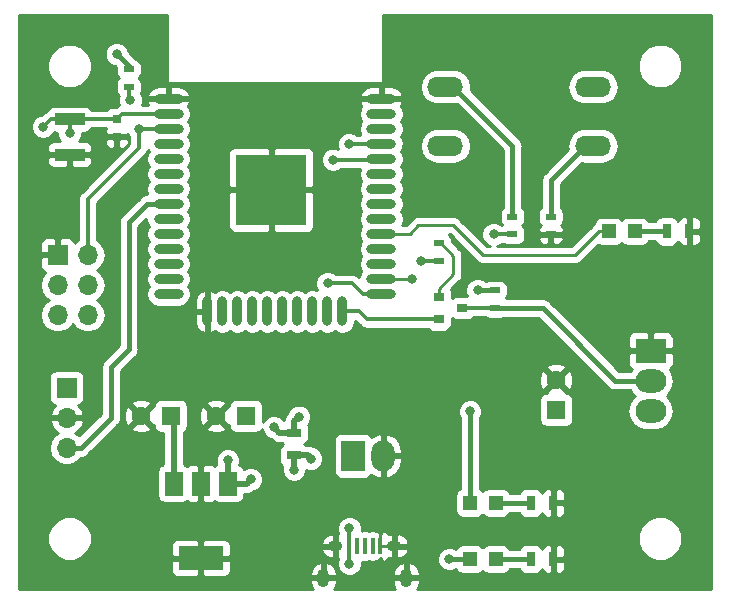
<source format=gbr>
G04 #@! TF.GenerationSoftware,KiCad,Pcbnew,5.0.1*
G04 #@! TF.CreationDate,2018-11-13T22:18:36+00:00*
G04 #@! TF.ProjectId,ESP32-WS2812-Controller,45535033322D5753323831322D436F6E,rev?*
G04 #@! TF.SameCoordinates,Original*
G04 #@! TF.FileFunction,Copper,L1,Top,Signal*
G04 #@! TF.FilePolarity,Positive*
%FSLAX46Y46*%
G04 Gerber Fmt 4.6, Leading zero omitted, Abs format (unit mm)*
G04 Created by KiCad (PCBNEW 5.0.1) date Tue 13 Nov 2018 22:18:36 GMT*
%MOMM*%
%LPD*%
G01*
G04 APERTURE LIST*
G04 #@! TA.AperFunction,ComponentPad*
%ADD10C,1.600000*%
G04 #@! TD*
G04 #@! TA.AperFunction,ComponentPad*
%ADD11R,1.600000X1.600000*%
G04 #@! TD*
G04 #@! TA.AperFunction,SMDPad,CuDef*
%ADD12R,2.500000X1.000000*%
G04 #@! TD*
G04 #@! TA.AperFunction,SMDPad,CuDef*
%ADD13R,0.750000X0.800000*%
G04 #@! TD*
G04 #@! TA.AperFunction,SMDPad,CuDef*
%ADD14R,1.200000X1.200000*%
G04 #@! TD*
G04 #@! TA.AperFunction,SMDPad,CuDef*
%ADD15R,1.300000X0.700000*%
G04 #@! TD*
G04 #@! TA.AperFunction,ComponentPad*
%ADD16O,1.000000X1.550000*%
G04 #@! TD*
G04 #@! TA.AperFunction,ComponentPad*
%ADD17O,1.250000X0.950000*%
G04 #@! TD*
G04 #@! TA.AperFunction,SMDPad,CuDef*
%ADD18R,0.400000X1.350000*%
G04 #@! TD*
G04 #@! TA.AperFunction,ComponentPad*
%ADD19O,2.000000X2.600000*%
G04 #@! TD*
G04 #@! TA.AperFunction,ComponentPad*
%ADD20R,2.000000X2.600000*%
G04 #@! TD*
G04 #@! TA.AperFunction,ComponentPad*
%ADD21O,2.600000X2.000000*%
G04 #@! TD*
G04 #@! TA.AperFunction,ComponentPad*
%ADD22R,2.600000X2.000000*%
G04 #@! TD*
G04 #@! TA.AperFunction,SMDPad,CuDef*
%ADD23R,0.900000X0.800000*%
G04 #@! TD*
G04 #@! TA.AperFunction,SMDPad,CuDef*
%ADD24R,0.700000X1.300000*%
G04 #@! TD*
G04 #@! TA.AperFunction,SMDPad,CuDef*
%ADD25R,0.900000X0.500000*%
G04 #@! TD*
G04 #@! TA.AperFunction,ComponentPad*
%ADD26O,3.048000X1.727200*%
G04 #@! TD*
G04 #@! TA.AperFunction,SMDPad,CuDef*
%ADD27R,1.500000X2.000000*%
G04 #@! TD*
G04 #@! TA.AperFunction,SMDPad,CuDef*
%ADD28R,3.800000X2.000000*%
G04 #@! TD*
G04 #@! TA.AperFunction,SMDPad,CuDef*
%ADD29O,2.500000X0.900000*%
G04 #@! TD*
G04 #@! TA.AperFunction,SMDPad,CuDef*
%ADD30O,0.900000X2.500000*%
G04 #@! TD*
G04 #@! TA.AperFunction,SMDPad,CuDef*
%ADD31R,6.000000X6.000000*%
G04 #@! TD*
G04 #@! TA.AperFunction,ComponentPad*
%ADD32O,1.700000X1.700000*%
G04 #@! TD*
G04 #@! TA.AperFunction,ComponentPad*
%ADD33R,1.700000X1.700000*%
G04 #@! TD*
G04 #@! TA.AperFunction,ViaPad*
%ADD34C,0.800000*%
G04 #@! TD*
G04 #@! TA.AperFunction,Conductor*
%ADD35C,0.250000*%
G04 #@! TD*
G04 #@! TA.AperFunction,Conductor*
%ADD36C,0.500000*%
G04 #@! TD*
G04 #@! TA.AperFunction,Conductor*
%ADD37C,0.400000*%
G04 #@! TD*
G04 #@! TA.AperFunction,Conductor*
%ADD38C,0.300000*%
G04 #@! TD*
G04 #@! TA.AperFunction,Conductor*
%ADD39C,0.254000*%
G04 #@! TD*
G04 APERTURE END LIST*
D10*
G04 #@! TO.P,C1,2*
G04 #@! TO.N,GND*
X146200000Y-131600000D03*
D11*
G04 #@! TO.P,C1,1*
G04 #@! TO.N,+5V*
X146200000Y-134100000D03*
G04 #@! TD*
G04 #@! TO.P,C2,1*
G04 #@! TO.N,+5V*
X119920000Y-134620000D03*
D10*
G04 #@! TO.P,C2,2*
G04 #@! TO.N,GND*
X117420000Y-134620000D03*
G04 #@! TD*
G04 #@! TO.P,C3,2*
G04 #@! TO.N,GND*
X111070000Y-134620000D03*
D11*
G04 #@! TO.P,C3,1*
G04 #@! TO.N,+3V3*
X113570000Y-134620000D03*
G04 #@! TD*
D12*
G04 #@! TO.P,C4,2*
G04 #@! TO.N,GND*
X105000000Y-112500000D03*
G04 #@! TO.P,C4,1*
G04 #@! TO.N,+3V3*
X105000000Y-109500000D03*
G04 #@! TD*
D13*
G04 #@! TO.P,C5,1*
G04 #@! TO.N,+3V3*
X109000000Y-109500000D03*
G04 #@! TO.P,C5,2*
G04 #@! TO.N,GND*
X109000000Y-111000000D03*
G04 #@! TD*
D14*
G04 #@! TO.P,D1,1*
G04 #@! TO.N,/5V_LED_A*
X141100000Y-142000000D03*
G04 #@! TO.P,D1,2*
G04 #@! TO.N,+5V*
X138900000Y-142000000D03*
G04 #@! TD*
G04 #@! TO.P,D2,1*
G04 #@! TO.N,/3.3V_LED_A*
X141100000Y-146750000D03*
G04 #@! TO.P,D2,2*
G04 #@! TO.N,+3V3*
X138900000Y-146750000D03*
G04 #@! TD*
G04 #@! TO.P,D3,2*
G04 #@! TO.N,/ESP32-WROOM/IO5*
X150650000Y-119000000D03*
G04 #@! TO.P,D3,1*
G04 #@! TO.N,/User_LED_A*
X152850000Y-119000000D03*
G04 #@! TD*
D15*
G04 #@! TO.P,FB1,2*
G04 #@! TO.N,/5V_Input*
X124000000Y-137950000D03*
G04 #@! TO.P,FB1,1*
G04 #@! TO.N,+5V*
X124000000Y-136050000D03*
G04 #@! TD*
D16*
G04 #@! TO.P,J1,6*
G04 #@! TO.N,GND*
X133500000Y-148350000D03*
X126500000Y-148350000D03*
D17*
X132500000Y-145650000D03*
X127500000Y-145650000D03*
D18*
G04 #@! TO.P,J1,5*
X131300000Y-145650000D03*
G04 #@! TO.P,J1,4*
G04 #@! TO.N,Net-(J1-Pad4)*
X130650000Y-145650000D03*
G04 #@! TO.P,J1,3*
G04 #@! TO.N,Net-(J1-Pad3)*
X130000000Y-145650000D03*
G04 #@! TO.P,J1,2*
G04 #@! TO.N,Net-(J1-Pad2)*
X129350000Y-145650000D03*
G04 #@! TO.P,J1,1*
G04 #@! TO.N,/5V_Input*
X128700000Y-145650000D03*
G04 #@! TD*
D19*
G04 #@! TO.P,J2,2*
G04 #@! TO.N,GND*
X131540000Y-138000000D03*
D20*
G04 #@! TO.P,J2,1*
G04 #@! TO.N,/5V_Input*
X129000000Y-138000000D03*
G04 #@! TD*
D21*
G04 #@! TO.P,J4,3*
G04 #@! TO.N,+5V*
X154200000Y-134180000D03*
G04 #@! TO.P,J4,2*
G04 #@! TO.N,/DATA*
X154200000Y-131640000D03*
D22*
G04 #@! TO.P,J4,1*
G04 #@! TO.N,GND*
X154200000Y-129100000D03*
G04 #@! TD*
D23*
G04 #@! TO.P,Q1,3*
G04 #@! TO.N,/DATA*
X138250000Y-125500000D03*
G04 #@! TO.P,Q1,2*
G04 #@! TO.N,/ESP32-WROOM/IO2*
X136250000Y-126450000D03*
G04 #@! TO.P,Q1,1*
G04 #@! TO.N,Net-(Q1-Pad1)*
X136250000Y-124550000D03*
G04 #@! TD*
D24*
G04 #@! TO.P,R1,1*
G04 #@! TO.N,/5V_LED_A*
X144050000Y-142000000D03*
G04 #@! TO.P,R1,2*
G04 #@! TO.N,GND*
X145950000Y-142000000D03*
G04 #@! TD*
G04 #@! TO.P,R2,2*
G04 #@! TO.N,GND*
X145950000Y-146750000D03*
G04 #@! TO.P,R2,1*
G04 #@! TO.N,/3.3V_LED_A*
X144050000Y-146750000D03*
G04 #@! TD*
G04 #@! TO.P,R3,2*
G04 #@! TO.N,GND*
X157450000Y-119000000D03*
G04 #@! TO.P,R3,1*
G04 #@! TO.N,/User_LED_A*
X155550000Y-119000000D03*
G04 #@! TD*
D25*
G04 #@! TO.P,R4,1*
G04 #@! TO.N,+3V3*
X136250000Y-121500000D03*
G04 #@! TO.P,R4,2*
G04 #@! TO.N,Net-(Q1-Pad1)*
X136250000Y-120000000D03*
G04 #@! TD*
G04 #@! TO.P,R5,2*
G04 #@! TO.N,GND*
X145750000Y-119250000D03*
G04 #@! TO.P,R5,1*
G04 #@! TO.N,/ESP32-WROOM/IO4*
X145750000Y-117750000D03*
G04 #@! TD*
G04 #@! TO.P,R6,2*
G04 #@! TO.N,/DATA*
X141000000Y-125500000D03*
G04 #@! TO.P,R6,1*
G04 #@! TO.N,+5V*
X141000000Y-124000000D03*
G04 #@! TD*
G04 #@! TO.P,R7,1*
G04 #@! TO.N,+3V3*
X142500000Y-119250000D03*
G04 #@! TO.P,R7,2*
G04 #@! TO.N,/Button_Open_Side*
X142500000Y-117750000D03*
G04 #@! TD*
G04 #@! TO.P,R8,2*
G04 #@! TO.N,/EN*
X110000000Y-106750000D03*
G04 #@! TO.P,R8,1*
G04 #@! TO.N,+3V3*
X110000000Y-105250000D03*
G04 #@! TD*
D26*
G04 #@! TO.P,SW1,2*
G04 #@! TO.N,/Button_Open_Side*
X149320000Y-106760000D03*
G04 #@! TO.P,SW1,1*
G04 #@! TO.N,/ESP32-WROOM/IO4*
X149320000Y-111760000D03*
G04 #@! TO.P,SW1,2*
G04 #@! TO.N,/Button_Open_Side*
X136820000Y-106760000D03*
G04 #@! TO.P,SW1,1*
G04 #@! TO.N,/ESP32-WROOM/IO4*
X136820000Y-111760000D03*
G04 #@! TD*
D27*
G04 #@! TO.P,U1,1*
G04 #@! TO.N,+5V*
X118410000Y-140360000D03*
G04 #@! TO.P,U1,3*
G04 #@! TO.N,+3V3*
X113810000Y-140360000D03*
G04 #@! TO.P,U1,2*
G04 #@! TO.N,GND*
X116110000Y-140360000D03*
D28*
G04 #@! TO.P,U1,4*
X116110000Y-146660000D03*
G04 #@! TD*
D29*
G04 #@! TO.P,U2,38*
G04 #@! TO.N,GND*
X131380000Y-107780000D03*
G04 #@! TO.P,U2,37*
G04 #@! TO.N,/ESP32-WROOM/IO23*
X131380000Y-109050000D03*
G04 #@! TO.P,U2,36*
G04 #@! TO.N,/ESP32-WROOM/IO22*
X131380000Y-110320000D03*
G04 #@! TO.P,U2,35*
G04 #@! TO.N,/TXD*
X131380000Y-111590000D03*
G04 #@! TO.P,U2,34*
G04 #@! TO.N,/RXD*
X131380000Y-112860000D03*
G04 #@! TO.P,U2,33*
G04 #@! TO.N,/ESP32-WROOM/IO21*
X131380000Y-114130000D03*
G04 #@! TO.P,U2,32*
G04 #@! TO.N,Net-(U2-Pad32)*
X131380000Y-115400000D03*
G04 #@! TO.P,U2,31*
G04 #@! TO.N,/ESP32-WROOM/IO19*
X131380000Y-116670000D03*
G04 #@! TO.P,U2,30*
G04 #@! TO.N,/ESP32-WROOM/IO18*
X131380000Y-117940000D03*
G04 #@! TO.P,U2,29*
G04 #@! TO.N,/ESP32-WROOM/IO5*
X131380000Y-119210000D03*
G04 #@! TO.P,U2,28*
G04 #@! TO.N,/ESP32-WROOM/IO17*
X131380000Y-120480000D03*
G04 #@! TO.P,U2,27*
G04 #@! TO.N,/ESP32-WROOM/IO16*
X131380000Y-121750000D03*
G04 #@! TO.P,U2,26*
G04 #@! TO.N,/ESP32-WROOM/IO4*
X131380000Y-123020000D03*
G04 #@! TO.P,U2,25*
G04 #@! TO.N,/IO0*
X131380000Y-124290000D03*
D30*
G04 #@! TO.P,U2,24*
G04 #@! TO.N,/ESP32-WROOM/IO2*
X128095000Y-125780000D03*
G04 #@! TO.P,U2,23*
G04 #@! TO.N,/ESP32-WROOM/IO15*
X126825000Y-125780000D03*
G04 #@! TO.P,U2,22*
G04 #@! TO.N,/ESP32-WROOM/SD1*
X125555000Y-125780000D03*
G04 #@! TO.P,U2,21*
G04 #@! TO.N,/ESP32-WROOM/SDO*
X124285000Y-125780000D03*
G04 #@! TO.P,U2,20*
G04 #@! TO.N,/ESP32-WROOM/CLK*
X123015000Y-125780000D03*
G04 #@! TO.P,U2,19*
G04 #@! TO.N,/ESP32-WROOM/CMD*
X121745000Y-125780000D03*
G04 #@! TO.P,U2,18*
G04 #@! TO.N,/ESP32-WROOM/SD3*
X120475000Y-125780000D03*
G04 #@! TO.P,U2,17*
G04 #@! TO.N,/ESP32-WROOM/SD2*
X119205000Y-125780000D03*
G04 #@! TO.P,U2,16*
G04 #@! TO.N,/ESP32-WROOM/IO13*
X117935000Y-125780000D03*
G04 #@! TO.P,U2,15*
G04 #@! TO.N,GND*
X116665000Y-125780000D03*
D29*
G04 #@! TO.P,U2,14*
G04 #@! TO.N,/ESP32-WROOM/IO12*
X113380000Y-124290000D03*
G04 #@! TO.P,U2,13*
G04 #@! TO.N,/ESP32-WROOM/IO14*
X113380000Y-123020000D03*
G04 #@! TO.P,U2,12*
G04 #@! TO.N,/ESP32-WROOM/IO27*
X113380000Y-121750000D03*
G04 #@! TO.P,U2,11*
G04 #@! TO.N,/ESP32-WROOM/IO26*
X113380000Y-120480000D03*
G04 #@! TO.P,U2,10*
G04 #@! TO.N,/ESP32-WROOM/IO25*
X113380000Y-119210000D03*
G04 #@! TO.P,U2,9*
G04 #@! TO.N,/ESP32-WROOM/IO33*
X113380000Y-117940000D03*
G04 #@! TO.P,U2,8*
G04 #@! TO.N,/Mic_Input*
X113380000Y-116670000D03*
G04 #@! TO.P,U2,7*
G04 #@! TO.N,/ESP32-WROOM/IO35*
X113380000Y-115400000D03*
G04 #@! TO.P,U2,6*
G04 #@! TO.N,/ESP32-WROOM/IO34*
X113380000Y-114130000D03*
G04 #@! TO.P,U2,5*
G04 #@! TO.N,/ESP32-WROOM/SENSOR_VN*
X113380000Y-112860000D03*
G04 #@! TO.P,U2,4*
G04 #@! TO.N,/ESP32-WROOM/SENSOR_VP*
X113380000Y-111590000D03*
G04 #@! TO.P,U2,3*
G04 #@! TO.N,/EN*
X113380000Y-110320000D03*
G04 #@! TO.P,U2,2*
G04 #@! TO.N,+3V3*
X113380000Y-109050000D03*
G04 #@! TO.P,U2,1*
G04 #@! TO.N,GND*
X113380000Y-107780000D03*
D31*
G04 #@! TO.P,U2,39*
X122080000Y-115480000D03*
G04 #@! TD*
D32*
G04 #@! TO.P,J3,6*
G04 #@! TO.N,/IO0*
X106540000Y-126080000D03*
G04 #@! TO.P,J3,5*
G04 #@! TO.N,/TXD*
X104000000Y-126080000D03*
G04 #@! TO.P,J3,4*
G04 #@! TO.N,/RXD*
X106540000Y-123540000D03*
G04 #@! TO.P,J3,3*
G04 #@! TO.N,Net-(J3-Pad3)*
X104000000Y-123540000D03*
G04 #@! TO.P,J3,2*
G04 #@! TO.N,/EN*
X106540000Y-121000000D03*
D33*
G04 #@! TO.P,J3,1*
G04 #@! TO.N,GND*
X104000000Y-121000000D03*
G04 #@! TD*
D32*
G04 #@! TO.P,J5,3*
G04 #@! TO.N,/Mic_Input*
X104750000Y-137330000D03*
G04 #@! TO.P,J5,2*
G04 #@! TO.N,GND*
X104750000Y-134790000D03*
D33*
G04 #@! TO.P,J5,1*
G04 #@! TO.N,+3V3*
X104750000Y-132250000D03*
G04 #@! TD*
D34*
G04 #@! TO.N,+5V*
X124400000Y-134700000D03*
X122300000Y-135600000D03*
X118400000Y-138400000D03*
X120350000Y-140000000D03*
X138900000Y-134250000D03*
X139550000Y-124000000D03*
G04 #@! TO.N,+3V3*
X105000000Y-110700000D03*
X102750000Y-110150000D03*
X140900000Y-119250000D03*
X137150000Y-146750000D03*
X109000000Y-104000000D03*
X134750000Y-121500000D03*
G04 #@! TO.N,/5V_Input*
X128700000Y-144150000D03*
X128700000Y-147150000D03*
X124000000Y-139200000D03*
X125450000Y-138250000D03*
G04 #@! TO.N,/ESP32-WROOM/IO4*
X134000000Y-123000000D03*
G04 #@! TO.N,/IO0*
X126850000Y-123400000D03*
G04 #@! TO.N,/TXD*
X128650000Y-111600000D03*
G04 #@! TO.N,/RXD*
X127300000Y-112950000D03*
G04 #@! TO.N,/EN*
X110150000Y-107850000D03*
X110850000Y-110300000D03*
G04 #@! TD*
D35*
G04 #@! TO.N,GND*
X131300000Y-145650000D02*
X132500000Y-145650000D01*
X131300000Y-145650000D02*
X131300000Y-144725000D01*
X131300000Y-144725000D02*
X131300000Y-143750000D01*
D36*
G04 #@! TO.N,+5V*
X124000000Y-136050000D02*
X124000000Y-135100000D01*
X124000000Y-135100000D02*
X124400000Y-134700000D01*
X124000000Y-136050000D02*
X122750000Y-136050000D01*
X122750000Y-136050000D02*
X122300000Y-135600000D01*
X118410000Y-140360000D02*
X118410000Y-138410000D01*
X118410000Y-138410000D02*
X118400000Y-138400000D01*
X118410000Y-140360000D02*
X119990000Y-140360000D01*
X119990000Y-140360000D02*
X120350000Y-140000000D01*
D37*
X138900000Y-142000000D02*
X138900000Y-134250000D01*
X141000000Y-124000000D02*
X139550000Y-124000000D01*
D36*
G04 #@! TO.N,+3V3*
X113810000Y-134860000D02*
X113570000Y-134620000D01*
X113810000Y-140360000D02*
X113810000Y-134860000D01*
D38*
X109450000Y-109050000D02*
X109000000Y-109500000D01*
X113380000Y-109050000D02*
X109450000Y-109050000D01*
X109000000Y-109500000D02*
X105000000Y-109500000D01*
X105000000Y-109500000D02*
X105000000Y-110700000D01*
X105000000Y-109500000D02*
X103400000Y-109500000D01*
X103400000Y-109500000D02*
X102750000Y-110150000D01*
X142500000Y-119250000D02*
X140900000Y-119250000D01*
D37*
X138900000Y-146750000D02*
X137150000Y-146750000D01*
X110000000Y-105250000D02*
X110000000Y-105000000D01*
X110000000Y-105000000D02*
X109000000Y-104000000D01*
D38*
X136250000Y-121500000D02*
X134750000Y-121500000D01*
D37*
G04 #@! TO.N,/5V_LED_A*
X141100000Y-142000000D02*
X144050000Y-142000000D01*
G04 #@! TO.N,/3.3V_LED_A*
X141100000Y-146750000D02*
X144050000Y-146750000D01*
D35*
G04 #@! TO.N,/ESP32-WROOM/IO5*
X134500000Y-118500000D02*
X133790000Y-119210000D01*
X133790000Y-119210000D02*
X131380000Y-119210000D01*
X137500000Y-118500000D02*
X134500000Y-118500000D01*
X140000000Y-121000000D02*
X137500000Y-118500000D01*
X147800000Y-121000000D02*
X140000000Y-121000000D01*
X150650000Y-119000000D02*
X149800000Y-119000000D01*
X149800000Y-119000000D02*
X147800000Y-121000000D01*
D37*
G04 #@! TO.N,/User_LED_A*
X152850000Y-119000000D02*
X155550000Y-119000000D01*
D38*
G04 #@! TO.N,/5V_Input*
X128700000Y-145650000D02*
X128700000Y-144150000D01*
X128700000Y-145650000D02*
X128700000Y-147150000D01*
D36*
X124000000Y-137950000D02*
X124000000Y-139200000D01*
X124000000Y-137950000D02*
X125150000Y-137950000D01*
X125150000Y-137950000D02*
X125450000Y-138250000D01*
D38*
G04 #@! TO.N,/DATA*
X138250000Y-125500000D02*
X141000000Y-125500000D01*
D37*
X141000000Y-125500000D02*
X145050000Y-125500000D01*
X151190000Y-131640000D02*
X154200000Y-131640000D01*
X145050000Y-125500000D02*
X151190000Y-131640000D01*
D38*
G04 #@! TO.N,/ESP32-WROOM/IO2*
X128095000Y-125780000D02*
X129530000Y-125780000D01*
X130200000Y-126450000D02*
X136250000Y-126450000D01*
X129530000Y-125780000D02*
X130200000Y-126450000D01*
D35*
G04 #@! TO.N,Net-(Q1-Pad1)*
X136450000Y-120000000D02*
X136250000Y-120000000D01*
X137500000Y-122650000D02*
X137500000Y-121050000D01*
X137500000Y-121050000D02*
X136450000Y-120000000D01*
X136250000Y-124550000D02*
X136250000Y-123900000D01*
X136250000Y-123900000D02*
X137500000Y-122650000D01*
D38*
G04 #@! TO.N,/ESP32-WROOM/IO4*
X149659600Y-111760000D02*
X150320000Y-111760000D01*
D37*
X148659600Y-111760000D02*
X149320000Y-111760000D01*
X145750000Y-114669600D02*
X148659600Y-111760000D01*
X145750000Y-117750000D02*
X145750000Y-114669600D01*
D35*
X132180000Y-123020000D02*
X132200000Y-123000000D01*
X131380000Y-123020000D02*
X132180000Y-123020000D01*
X131400000Y-123000000D02*
X131380000Y-123020000D01*
X134000000Y-123000000D02*
X131400000Y-123000000D01*
D37*
G04 #@! TO.N,/Button_Open_Side*
X142500000Y-111779600D02*
X142500000Y-117100000D01*
X142500000Y-117100000D02*
X142500000Y-117750000D01*
X137480400Y-106760000D02*
X142500000Y-111779600D01*
X136820000Y-106760000D02*
X137480400Y-106760000D01*
D38*
G04 #@! TO.N,/IO0*
X129830000Y-124290000D02*
X131380000Y-124290000D01*
X126850000Y-123400000D02*
X128940000Y-123400000D01*
X128940000Y-123400000D02*
X129830000Y-124290000D01*
G04 #@! TO.N,/TXD*
X131370000Y-111600000D02*
X131380000Y-111590000D01*
X128650000Y-111600000D02*
X131370000Y-111600000D01*
G04 #@! TO.N,/RXD*
X131290000Y-112950000D02*
X131380000Y-112860000D01*
X127300000Y-112950000D02*
X131290000Y-112950000D01*
G04 #@! TO.N,/EN*
X110000000Y-106750000D02*
X110000000Y-107700000D01*
X110000000Y-107700000D02*
X110150000Y-107850000D01*
X113360000Y-110300000D02*
X113380000Y-110320000D01*
X110850000Y-110300000D02*
X113360000Y-110300000D01*
X106540000Y-116260000D02*
X106540000Y-121000000D01*
X110850000Y-110300000D02*
X110850000Y-111950000D01*
X110850000Y-111950000D02*
X106540000Y-116260000D01*
D37*
G04 #@! TO.N,/Mic_Input*
X111580000Y-116670000D02*
X113380000Y-116670000D01*
X110000000Y-129000000D02*
X110000000Y-118250000D01*
X104750000Y-137330000D02*
X105952081Y-137330000D01*
X108500000Y-130500000D02*
X110000000Y-129000000D01*
X105952081Y-137330000D02*
X108500000Y-134782081D01*
X108500000Y-134782081D02*
X108500000Y-130500000D01*
X110000000Y-118250000D02*
X111580000Y-116670000D01*
G04 #@! TD*
D39*
G04 #@! TO.N,GND*
G36*
X113273000Y-106300000D02*
X113282667Y-106348601D01*
X113310197Y-106389803D01*
X113351399Y-106417333D01*
X113400000Y-106427000D01*
X131400000Y-106427000D01*
X131448601Y-106417333D01*
X131489803Y-106389803D01*
X131517333Y-106348601D01*
X131527000Y-106300000D01*
X131527000Y-104625050D01*
X153115000Y-104625050D01*
X153115000Y-105374950D01*
X153401974Y-106067767D01*
X153932233Y-106598026D01*
X154625050Y-106885000D01*
X155374950Y-106885000D01*
X156067767Y-106598026D01*
X156598026Y-106067767D01*
X156885000Y-105374950D01*
X156885000Y-104625050D01*
X156598026Y-103932233D01*
X156067767Y-103401974D01*
X155374950Y-103115000D01*
X154625050Y-103115000D01*
X153932233Y-103401974D01*
X153401974Y-103932233D01*
X153115000Y-104625050D01*
X131527000Y-104625050D01*
X131527000Y-100710000D01*
X159290001Y-100710000D01*
X159290000Y-149290000D01*
X134404459Y-149290000D01*
X134500002Y-149176678D01*
X134635000Y-148752000D01*
X134635000Y-148477000D01*
X133627000Y-148477000D01*
X133627000Y-148497000D01*
X133373000Y-148497000D01*
X133373000Y-148477000D01*
X132365000Y-148477000D01*
X132365000Y-148752000D01*
X132499998Y-149176678D01*
X132595541Y-149290000D01*
X127404459Y-149290000D01*
X127500002Y-149176678D01*
X127635000Y-148752000D01*
X127635000Y-148477000D01*
X126627000Y-148477000D01*
X126627000Y-148497000D01*
X126373000Y-148497000D01*
X126373000Y-148477000D01*
X125365000Y-148477000D01*
X125365000Y-148752000D01*
X125499998Y-149176678D01*
X125595541Y-149290000D01*
X100710000Y-149290000D01*
X100710000Y-146945750D01*
X113575000Y-146945750D01*
X113575000Y-147786309D01*
X113671673Y-148019698D01*
X113850301Y-148198327D01*
X114083690Y-148295000D01*
X115824250Y-148295000D01*
X115983000Y-148136250D01*
X115983000Y-146787000D01*
X116237000Y-146787000D01*
X116237000Y-148136250D01*
X116395750Y-148295000D01*
X118136310Y-148295000D01*
X118369699Y-148198327D01*
X118548327Y-148019698D01*
X118578025Y-147948000D01*
X125365000Y-147948000D01*
X125365000Y-148223000D01*
X126373000Y-148223000D01*
X126373000Y-147107046D01*
X126627000Y-147107046D01*
X126627000Y-148223000D01*
X127635000Y-148223000D01*
X127635000Y-147948000D01*
X127500002Y-147523322D01*
X127212763Y-147182632D01*
X126801874Y-146980881D01*
X126627000Y-147107046D01*
X126373000Y-147107046D01*
X126198126Y-146980881D01*
X125787237Y-147182632D01*
X125499998Y-147523322D01*
X125365000Y-147948000D01*
X118578025Y-147948000D01*
X118645000Y-147786309D01*
X118645000Y-146945750D01*
X118486250Y-146787000D01*
X116237000Y-146787000D01*
X115983000Y-146787000D01*
X113733750Y-146787000D01*
X113575000Y-146945750D01*
X100710000Y-146945750D01*
X100710000Y-144625050D01*
X103115000Y-144625050D01*
X103115000Y-145374950D01*
X103401974Y-146067767D01*
X103932233Y-146598026D01*
X104625050Y-146885000D01*
X105374950Y-146885000D01*
X106067767Y-146598026D01*
X106598026Y-146067767D01*
X106819247Y-145533691D01*
X113575000Y-145533691D01*
X113575000Y-146374250D01*
X113733750Y-146533000D01*
X115983000Y-146533000D01*
X115983000Y-145183750D01*
X116237000Y-145183750D01*
X116237000Y-146533000D01*
X118486250Y-146533000D01*
X118645000Y-146374250D01*
X118645000Y-145947938D01*
X126280732Y-145947938D01*
X126464448Y-146321821D01*
X126788951Y-146609568D01*
X127198869Y-146751229D01*
X127373000Y-146602563D01*
X127373000Y-145777000D01*
X126407266Y-145777000D01*
X126280732Y-145947938D01*
X118645000Y-145947938D01*
X118645000Y-145533691D01*
X118569767Y-145352062D01*
X126280732Y-145352062D01*
X126407266Y-145523000D01*
X127373000Y-145523000D01*
X127373000Y-144697437D01*
X127627000Y-144697437D01*
X127627000Y-145523000D01*
X127647000Y-145523000D01*
X127647000Y-145777000D01*
X127627000Y-145777000D01*
X127627000Y-146602563D01*
X127759591Y-146715764D01*
X127665000Y-146944126D01*
X127665000Y-147355874D01*
X127822569Y-147736280D01*
X128113720Y-148027431D01*
X128494126Y-148185000D01*
X128905874Y-148185000D01*
X129286280Y-148027431D01*
X129365711Y-147948000D01*
X132365000Y-147948000D01*
X132365000Y-148223000D01*
X133373000Y-148223000D01*
X133373000Y-147107046D01*
X133627000Y-147107046D01*
X133627000Y-148223000D01*
X134635000Y-148223000D01*
X134635000Y-147948000D01*
X134500002Y-147523322D01*
X134212763Y-147182632D01*
X133801874Y-146980881D01*
X133627000Y-147107046D01*
X133373000Y-147107046D01*
X133198126Y-146980881D01*
X132787237Y-147182632D01*
X132499998Y-147523322D01*
X132365000Y-147948000D01*
X129365711Y-147948000D01*
X129577431Y-147736280D01*
X129735000Y-147355874D01*
X129735000Y-146959511D01*
X129800000Y-146972440D01*
X130200000Y-146972440D01*
X130325000Y-146947576D01*
X130450000Y-146972440D01*
X130850000Y-146972440D01*
X130953852Y-146951783D01*
X130973690Y-146960000D01*
X131041250Y-146960000D01*
X131073208Y-146928042D01*
X131097765Y-146923157D01*
X131307809Y-146782809D01*
X131400000Y-146644836D01*
X131400000Y-146801250D01*
X131558750Y-146960000D01*
X131626310Y-146960000D01*
X131859699Y-146863327D01*
X132030115Y-146692910D01*
X132198869Y-146751229D01*
X132373000Y-146602563D01*
X132373000Y-145777000D01*
X132627000Y-145777000D01*
X132627000Y-146602563D01*
X132801131Y-146751229D01*
X133211049Y-146609568D01*
X133284850Y-146544126D01*
X136115000Y-146544126D01*
X136115000Y-146955874D01*
X136272569Y-147336280D01*
X136563720Y-147627431D01*
X136944126Y-147785000D01*
X137355874Y-147785000D01*
X137724833Y-147632172D01*
X137842191Y-147807809D01*
X138052235Y-147948157D01*
X138300000Y-147997440D01*
X139500000Y-147997440D01*
X139747765Y-147948157D01*
X139957809Y-147807809D01*
X140000000Y-147744666D01*
X140042191Y-147807809D01*
X140252235Y-147948157D01*
X140500000Y-147997440D01*
X141700000Y-147997440D01*
X141947765Y-147948157D01*
X142157809Y-147807809D01*
X142298157Y-147597765D01*
X142300696Y-147585000D01*
X143089358Y-147585000D01*
X143101843Y-147647765D01*
X143242191Y-147857809D01*
X143452235Y-147998157D01*
X143700000Y-148047440D01*
X144400000Y-148047440D01*
X144647765Y-147998157D01*
X144857809Y-147857809D01*
X144998157Y-147647765D01*
X145003721Y-147619791D01*
X145061673Y-147759699D01*
X145240302Y-147938327D01*
X145473691Y-148035000D01*
X145664250Y-148035000D01*
X145823000Y-147876250D01*
X145823000Y-146877000D01*
X146077000Y-146877000D01*
X146077000Y-147876250D01*
X146235750Y-148035000D01*
X146426309Y-148035000D01*
X146659698Y-147938327D01*
X146838327Y-147759699D01*
X146935000Y-147526310D01*
X146935000Y-147035750D01*
X146776250Y-146877000D01*
X146077000Y-146877000D01*
X145823000Y-146877000D01*
X145803000Y-146877000D01*
X145803000Y-146623000D01*
X145823000Y-146623000D01*
X145823000Y-145623750D01*
X146077000Y-145623750D01*
X146077000Y-146623000D01*
X146776250Y-146623000D01*
X146935000Y-146464250D01*
X146935000Y-145973690D01*
X146838327Y-145740301D01*
X146659698Y-145561673D01*
X146426309Y-145465000D01*
X146235750Y-145465000D01*
X146077000Y-145623750D01*
X145823000Y-145623750D01*
X145664250Y-145465000D01*
X145473691Y-145465000D01*
X145240302Y-145561673D01*
X145061673Y-145740301D01*
X145003721Y-145880209D01*
X144998157Y-145852235D01*
X144857809Y-145642191D01*
X144647765Y-145501843D01*
X144400000Y-145452560D01*
X143700000Y-145452560D01*
X143452235Y-145501843D01*
X143242191Y-145642191D01*
X143101843Y-145852235D01*
X143089358Y-145915000D01*
X142300696Y-145915000D01*
X142298157Y-145902235D01*
X142157809Y-145692191D01*
X141947765Y-145551843D01*
X141700000Y-145502560D01*
X140500000Y-145502560D01*
X140252235Y-145551843D01*
X140042191Y-145692191D01*
X140000000Y-145755334D01*
X139957809Y-145692191D01*
X139747765Y-145551843D01*
X139500000Y-145502560D01*
X138300000Y-145502560D01*
X138052235Y-145551843D01*
X137842191Y-145692191D01*
X137724833Y-145867828D01*
X137355874Y-145715000D01*
X136944126Y-145715000D01*
X136563720Y-145872569D01*
X136272569Y-146163720D01*
X136115000Y-146544126D01*
X133284850Y-146544126D01*
X133535552Y-146321821D01*
X133719268Y-145947938D01*
X133592734Y-145777000D01*
X132627000Y-145777000D01*
X132373000Y-145777000D01*
X132353000Y-145777000D01*
X132353000Y-145523000D01*
X132373000Y-145523000D01*
X132373000Y-144697437D01*
X132627000Y-144697437D01*
X132627000Y-145523000D01*
X133592734Y-145523000D01*
X133719268Y-145352062D01*
X133535552Y-144978179D01*
X133211049Y-144690432D01*
X133021857Y-144625050D01*
X153115000Y-144625050D01*
X153115000Y-145374950D01*
X153401974Y-146067767D01*
X153932233Y-146598026D01*
X154625050Y-146885000D01*
X155374950Y-146885000D01*
X156067767Y-146598026D01*
X156598026Y-146067767D01*
X156885000Y-145374950D01*
X156885000Y-144625050D01*
X156598026Y-143932233D01*
X156067767Y-143401974D01*
X155374950Y-143115000D01*
X154625050Y-143115000D01*
X153932233Y-143401974D01*
X153401974Y-143932233D01*
X153115000Y-144625050D01*
X133021857Y-144625050D01*
X132801131Y-144548771D01*
X132627000Y-144697437D01*
X132373000Y-144697437D01*
X132198869Y-144548771D01*
X132030115Y-144607090D01*
X131859699Y-144436673D01*
X131626310Y-144340000D01*
X131558750Y-144340000D01*
X131400000Y-144498750D01*
X131400000Y-144655164D01*
X131307809Y-144517191D01*
X131097765Y-144376843D01*
X131073208Y-144371958D01*
X131041250Y-144340000D01*
X130973690Y-144340000D01*
X130953852Y-144348217D01*
X130850000Y-144327560D01*
X130450000Y-144327560D01*
X130325000Y-144352424D01*
X130200000Y-144327560D01*
X129800000Y-144327560D01*
X129735000Y-144340489D01*
X129735000Y-143944126D01*
X129577431Y-143563720D01*
X129286280Y-143272569D01*
X128905874Y-143115000D01*
X128494126Y-143115000D01*
X128113720Y-143272569D01*
X127822569Y-143563720D01*
X127665000Y-143944126D01*
X127665000Y-144355874D01*
X127759591Y-144584236D01*
X127627000Y-144697437D01*
X127373000Y-144697437D01*
X127198869Y-144548771D01*
X126788951Y-144690432D01*
X126464448Y-144978179D01*
X126280732Y-145352062D01*
X118569767Y-145352062D01*
X118548327Y-145300302D01*
X118369699Y-145121673D01*
X118136310Y-145025000D01*
X116395750Y-145025000D01*
X116237000Y-145183750D01*
X115983000Y-145183750D01*
X115824250Y-145025000D01*
X114083690Y-145025000D01*
X113850301Y-145121673D01*
X113671673Y-145300302D01*
X113575000Y-145533691D01*
X106819247Y-145533691D01*
X106885000Y-145374950D01*
X106885000Y-144625050D01*
X106598026Y-143932233D01*
X106067767Y-143401974D01*
X105374950Y-143115000D01*
X104625050Y-143115000D01*
X103932233Y-143401974D01*
X103401974Y-143932233D01*
X103115000Y-144625050D01*
X100710000Y-144625050D01*
X100710000Y-131400000D01*
X103252560Y-131400000D01*
X103252560Y-133100000D01*
X103301843Y-133347765D01*
X103442191Y-133557809D01*
X103652235Y-133698157D01*
X103755708Y-133718739D01*
X103478355Y-134023076D01*
X103308524Y-134433110D01*
X103429845Y-134663000D01*
X104623000Y-134663000D01*
X104623000Y-134643000D01*
X104877000Y-134643000D01*
X104877000Y-134663000D01*
X106070155Y-134663000D01*
X106191476Y-134433110D01*
X106021645Y-134023076D01*
X105744292Y-133718739D01*
X105847765Y-133698157D01*
X106057809Y-133557809D01*
X106198157Y-133347765D01*
X106247440Y-133100000D01*
X106247440Y-131400000D01*
X106198157Y-131152235D01*
X106057809Y-130942191D01*
X105847765Y-130801843D01*
X105600000Y-130752560D01*
X103900000Y-130752560D01*
X103652235Y-130801843D01*
X103442191Y-130942191D01*
X103301843Y-131152235D01*
X103252560Y-131400000D01*
X100710000Y-131400000D01*
X100710000Y-120023690D01*
X102515000Y-120023690D01*
X102515000Y-120714250D01*
X102673750Y-120873000D01*
X103873000Y-120873000D01*
X103873000Y-119673750D01*
X103714250Y-119515000D01*
X103023691Y-119515000D01*
X102790302Y-119611673D01*
X102611673Y-119790301D01*
X102515000Y-120023690D01*
X100710000Y-120023690D01*
X100710000Y-112785750D01*
X103115000Y-112785750D01*
X103115000Y-113126309D01*
X103211673Y-113359698D01*
X103390301Y-113538327D01*
X103623690Y-113635000D01*
X104714250Y-113635000D01*
X104873000Y-113476250D01*
X104873000Y-112627000D01*
X105127000Y-112627000D01*
X105127000Y-113476250D01*
X105285750Y-113635000D01*
X106376310Y-113635000D01*
X106609699Y-113538327D01*
X106788327Y-113359698D01*
X106885000Y-113126309D01*
X106885000Y-112785750D01*
X106726250Y-112627000D01*
X105127000Y-112627000D01*
X104873000Y-112627000D01*
X103273750Y-112627000D01*
X103115000Y-112785750D01*
X100710000Y-112785750D01*
X100710000Y-109944126D01*
X101715000Y-109944126D01*
X101715000Y-110355874D01*
X101872569Y-110736280D01*
X102163720Y-111027431D01*
X102544126Y-111185000D01*
X102955874Y-111185000D01*
X103336280Y-111027431D01*
X103627431Y-110736280D01*
X103670758Y-110631678D01*
X103750000Y-110647440D01*
X103965000Y-110647440D01*
X103965000Y-110905874D01*
X104122569Y-111286280D01*
X104201289Y-111365000D01*
X103623690Y-111365000D01*
X103390301Y-111461673D01*
X103211673Y-111640302D01*
X103115000Y-111873691D01*
X103115000Y-112214250D01*
X103273750Y-112373000D01*
X104873000Y-112373000D01*
X104873000Y-112353000D01*
X105127000Y-112353000D01*
X105127000Y-112373000D01*
X106726250Y-112373000D01*
X106885000Y-112214250D01*
X106885000Y-111873691D01*
X106788327Y-111640302D01*
X106609699Y-111461673D01*
X106376310Y-111365000D01*
X105798711Y-111365000D01*
X105877431Y-111286280D01*
X105877650Y-111285750D01*
X107990000Y-111285750D01*
X107990000Y-111526309D01*
X108086673Y-111759698D01*
X108265301Y-111938327D01*
X108498690Y-112035000D01*
X108714250Y-112035000D01*
X108873000Y-111876250D01*
X108873000Y-111127000D01*
X109127000Y-111127000D01*
X109127000Y-111876250D01*
X109285750Y-112035000D01*
X109501310Y-112035000D01*
X109734699Y-111938327D01*
X109913327Y-111759698D01*
X110010000Y-111526309D01*
X110010000Y-111285750D01*
X109851250Y-111127000D01*
X109127000Y-111127000D01*
X108873000Y-111127000D01*
X108148750Y-111127000D01*
X107990000Y-111285750D01*
X105877650Y-111285750D01*
X106035000Y-110905874D01*
X106035000Y-110647440D01*
X106250000Y-110647440D01*
X106497765Y-110598157D01*
X106707809Y-110457809D01*
X106823277Y-110285000D01*
X108068158Y-110285000D01*
X107990000Y-110473691D01*
X107990000Y-110714250D01*
X108148750Y-110873000D01*
X108873000Y-110873000D01*
X108873000Y-110853000D01*
X109127000Y-110853000D01*
X109127000Y-110873000D01*
X109851250Y-110873000D01*
X109933146Y-110791104D01*
X109972569Y-110886280D01*
X110065000Y-110978711D01*
X110065001Y-111624841D01*
X106039592Y-115650251D01*
X105974047Y-115694047D01*
X105800546Y-115953709D01*
X105755000Y-116182685D01*
X105755000Y-116182688D01*
X105739622Y-116260000D01*
X105755000Y-116337312D01*
X105755001Y-119738526D01*
X105469375Y-119929375D01*
X105454904Y-119951032D01*
X105388327Y-119790301D01*
X105209698Y-119611673D01*
X104976309Y-119515000D01*
X104285750Y-119515000D01*
X104127000Y-119673750D01*
X104127000Y-120873000D01*
X104147000Y-120873000D01*
X104147000Y-121127000D01*
X104127000Y-121127000D01*
X104127000Y-121147000D01*
X103873000Y-121147000D01*
X103873000Y-121127000D01*
X102673750Y-121127000D01*
X102515000Y-121285750D01*
X102515000Y-121976310D01*
X102611673Y-122209699D01*
X102790302Y-122388327D01*
X102951033Y-122454904D01*
X102929375Y-122469375D01*
X102601161Y-122960582D01*
X102485908Y-123540000D01*
X102601161Y-124119418D01*
X102929375Y-124610625D01*
X103227761Y-124810000D01*
X102929375Y-125009375D01*
X102601161Y-125500582D01*
X102485908Y-126080000D01*
X102601161Y-126659418D01*
X102929375Y-127150625D01*
X103420582Y-127478839D01*
X103853744Y-127565000D01*
X104146256Y-127565000D01*
X104579418Y-127478839D01*
X105070625Y-127150625D01*
X105270000Y-126852239D01*
X105469375Y-127150625D01*
X105960582Y-127478839D01*
X106393744Y-127565000D01*
X106686256Y-127565000D01*
X107119418Y-127478839D01*
X107610625Y-127150625D01*
X107938839Y-126659418D01*
X108054092Y-126080000D01*
X107938839Y-125500582D01*
X107610625Y-125009375D01*
X107312239Y-124810000D01*
X107610625Y-124610625D01*
X107938839Y-124119418D01*
X108054092Y-123540000D01*
X107938839Y-122960582D01*
X107610625Y-122469375D01*
X107312239Y-122270000D01*
X107610625Y-122070625D01*
X107938839Y-121579418D01*
X108054092Y-121000000D01*
X107938839Y-120420582D01*
X107610625Y-119929375D01*
X107325000Y-119738526D01*
X107325000Y-116585157D01*
X111350411Y-112559747D01*
X111415953Y-112515953D01*
X111459747Y-112450411D01*
X111459749Y-112450409D01*
X111589453Y-112256293D01*
X111589454Y-112256292D01*
X111619467Y-112105408D01*
X111699376Y-112225000D01*
X111557953Y-112436654D01*
X111473744Y-112860000D01*
X111557953Y-113283346D01*
X111699376Y-113495000D01*
X111557953Y-113706654D01*
X111473744Y-114130000D01*
X111557953Y-114553346D01*
X111699376Y-114765000D01*
X111557953Y-114976654D01*
X111473744Y-115400000D01*
X111557892Y-115823040D01*
X111497766Y-115835000D01*
X111497763Y-115835000D01*
X111254199Y-115883448D01*
X111149048Y-115953708D01*
X110977999Y-116067999D01*
X110931416Y-116137715D01*
X109467718Y-117601415D01*
X109398000Y-117647999D01*
X109351416Y-117717717D01*
X109213448Y-117924200D01*
X109148643Y-118250000D01*
X109165001Y-118332238D01*
X109165000Y-128654131D01*
X107967718Y-129851415D01*
X107898000Y-129897999D01*
X107851416Y-129967717D01*
X107713448Y-130174200D01*
X107648643Y-130500000D01*
X107665001Y-130582238D01*
X107665000Y-134436213D01*
X105829122Y-136272092D01*
X105820625Y-136259375D01*
X105501522Y-136046157D01*
X105631358Y-135985183D01*
X106021645Y-135556924D01*
X106191476Y-135146890D01*
X106070155Y-134917000D01*
X104877000Y-134917000D01*
X104877000Y-134937000D01*
X104623000Y-134937000D01*
X104623000Y-134917000D01*
X103429845Y-134917000D01*
X103308524Y-135146890D01*
X103478355Y-135556924D01*
X103868642Y-135985183D01*
X103998478Y-136046157D01*
X103679375Y-136259375D01*
X103351161Y-136750582D01*
X103235908Y-137330000D01*
X103351161Y-137909418D01*
X103679375Y-138400625D01*
X104170582Y-138728839D01*
X104603744Y-138815000D01*
X104896256Y-138815000D01*
X105329418Y-138728839D01*
X105820625Y-138400625D01*
X105969443Y-138177904D01*
X106034314Y-138165000D01*
X106034318Y-138165000D01*
X106277882Y-138116552D01*
X106554082Y-137932001D01*
X106600668Y-137862280D01*
X108835203Y-135627745D01*
X110241861Y-135627745D01*
X110315995Y-135873864D01*
X110853223Y-136066965D01*
X111423454Y-136039778D01*
X111824005Y-135873864D01*
X111898139Y-135627745D01*
X111070000Y-134799605D01*
X110241861Y-135627745D01*
X108835203Y-135627745D01*
X109032283Y-135430666D01*
X109102001Y-135384082D01*
X109286552Y-135107882D01*
X109335000Y-134864318D01*
X109335000Y-134864317D01*
X109351358Y-134782081D01*
X109335000Y-134699844D01*
X109335000Y-134403223D01*
X109623035Y-134403223D01*
X109650222Y-134973454D01*
X109816136Y-135374005D01*
X110062255Y-135448139D01*
X110890395Y-134620000D01*
X111249605Y-134620000D01*
X112077745Y-135448139D01*
X112125307Y-135433813D01*
X112171843Y-135667765D01*
X112312191Y-135877809D01*
X112522235Y-136018157D01*
X112770000Y-136067440D01*
X112925001Y-136067440D01*
X112925000Y-138739413D01*
X112812235Y-138761843D01*
X112602191Y-138902191D01*
X112461843Y-139112235D01*
X112412560Y-139360000D01*
X112412560Y-141360000D01*
X112461843Y-141607765D01*
X112602191Y-141817809D01*
X112812235Y-141958157D01*
X113060000Y-142007440D01*
X114560000Y-142007440D01*
X114807765Y-141958157D01*
X114959047Y-141857073D01*
X115000301Y-141898327D01*
X115233690Y-141995000D01*
X115824250Y-141995000D01*
X115983000Y-141836250D01*
X115983000Y-140487000D01*
X115963000Y-140487000D01*
X115963000Y-140233000D01*
X115983000Y-140233000D01*
X115983000Y-138883750D01*
X116237000Y-138883750D01*
X116237000Y-140233000D01*
X116257000Y-140233000D01*
X116257000Y-140487000D01*
X116237000Y-140487000D01*
X116237000Y-141836250D01*
X116395750Y-141995000D01*
X116986310Y-141995000D01*
X117219699Y-141898327D01*
X117260953Y-141857073D01*
X117412235Y-141958157D01*
X117660000Y-142007440D01*
X119160000Y-142007440D01*
X119407765Y-141958157D01*
X119617809Y-141817809D01*
X119758157Y-141607765D01*
X119799483Y-141400000D01*
X137652560Y-141400000D01*
X137652560Y-142600000D01*
X137701843Y-142847765D01*
X137842191Y-143057809D01*
X138052235Y-143198157D01*
X138300000Y-143247440D01*
X139500000Y-143247440D01*
X139747765Y-143198157D01*
X139957809Y-143057809D01*
X140000000Y-142994666D01*
X140042191Y-143057809D01*
X140252235Y-143198157D01*
X140500000Y-143247440D01*
X141700000Y-143247440D01*
X141947765Y-143198157D01*
X142157809Y-143057809D01*
X142298157Y-142847765D01*
X142300696Y-142835000D01*
X143089358Y-142835000D01*
X143101843Y-142897765D01*
X143242191Y-143107809D01*
X143452235Y-143248157D01*
X143700000Y-143297440D01*
X144400000Y-143297440D01*
X144647765Y-143248157D01*
X144857809Y-143107809D01*
X144998157Y-142897765D01*
X145003721Y-142869791D01*
X145061673Y-143009699D01*
X145240302Y-143188327D01*
X145473691Y-143285000D01*
X145664250Y-143285000D01*
X145823000Y-143126250D01*
X145823000Y-142127000D01*
X146077000Y-142127000D01*
X146077000Y-143126250D01*
X146235750Y-143285000D01*
X146426309Y-143285000D01*
X146659698Y-143188327D01*
X146838327Y-143009699D01*
X146935000Y-142776310D01*
X146935000Y-142285750D01*
X146776250Y-142127000D01*
X146077000Y-142127000D01*
X145823000Y-142127000D01*
X145803000Y-142127000D01*
X145803000Y-141873000D01*
X145823000Y-141873000D01*
X145823000Y-140873750D01*
X146077000Y-140873750D01*
X146077000Y-141873000D01*
X146776250Y-141873000D01*
X146935000Y-141714250D01*
X146935000Y-141223690D01*
X146838327Y-140990301D01*
X146659698Y-140811673D01*
X146426309Y-140715000D01*
X146235750Y-140715000D01*
X146077000Y-140873750D01*
X145823000Y-140873750D01*
X145664250Y-140715000D01*
X145473691Y-140715000D01*
X145240302Y-140811673D01*
X145061673Y-140990301D01*
X145003721Y-141130209D01*
X144998157Y-141102235D01*
X144857809Y-140892191D01*
X144647765Y-140751843D01*
X144400000Y-140702560D01*
X143700000Y-140702560D01*
X143452235Y-140751843D01*
X143242191Y-140892191D01*
X143101843Y-141102235D01*
X143089358Y-141165000D01*
X142300696Y-141165000D01*
X142298157Y-141152235D01*
X142157809Y-140942191D01*
X141947765Y-140801843D01*
X141700000Y-140752560D01*
X140500000Y-140752560D01*
X140252235Y-140801843D01*
X140042191Y-140942191D01*
X140000000Y-141005334D01*
X139957809Y-140942191D01*
X139747765Y-140801843D01*
X139735000Y-140799304D01*
X139735000Y-134878711D01*
X139777431Y-134836280D01*
X139935000Y-134455874D01*
X139935000Y-134044126D01*
X139777431Y-133663720D01*
X139486280Y-133372569D01*
X139311083Y-133300000D01*
X144752560Y-133300000D01*
X144752560Y-134900000D01*
X144801843Y-135147765D01*
X144942191Y-135357809D01*
X145152235Y-135498157D01*
X145400000Y-135547440D01*
X147000000Y-135547440D01*
X147247765Y-135498157D01*
X147457809Y-135357809D01*
X147598157Y-135147765D01*
X147647440Y-134900000D01*
X147647440Y-133300000D01*
X147598157Y-133052235D01*
X147457809Y-132842191D01*
X147247765Y-132701843D01*
X147013813Y-132655307D01*
X147028139Y-132607745D01*
X146200000Y-131779605D01*
X145371861Y-132607745D01*
X145386187Y-132655307D01*
X145152235Y-132701843D01*
X144942191Y-132842191D01*
X144801843Y-133052235D01*
X144752560Y-133300000D01*
X139311083Y-133300000D01*
X139105874Y-133215000D01*
X138694126Y-133215000D01*
X138313720Y-133372569D01*
X138022569Y-133663720D01*
X137865000Y-134044126D01*
X137865000Y-134455874D01*
X138022569Y-134836280D01*
X138065001Y-134878712D01*
X138065000Y-140799304D01*
X138052235Y-140801843D01*
X137842191Y-140942191D01*
X137701843Y-141152235D01*
X137652560Y-141400000D01*
X119799483Y-141400000D01*
X119807440Y-141360000D01*
X119807440Y-141245000D01*
X119902839Y-141245000D01*
X119990000Y-141262337D01*
X120077161Y-141245000D01*
X120077165Y-141245000D01*
X120335310Y-141193652D01*
X120600269Y-141016611D01*
X120936280Y-140877431D01*
X121227431Y-140586280D01*
X121385000Y-140205874D01*
X121385000Y-139794126D01*
X121227431Y-139413720D01*
X120936280Y-139122569D01*
X120555874Y-138965000D01*
X120144126Y-138965000D01*
X119763720Y-139122569D01*
X119760794Y-139125495D01*
X119758157Y-139112235D01*
X119617809Y-138902191D01*
X119407765Y-138761843D01*
X119373240Y-138754976D01*
X119435000Y-138605874D01*
X119435000Y-138194126D01*
X119277431Y-137813720D01*
X118986280Y-137522569D01*
X118605874Y-137365000D01*
X118194126Y-137365000D01*
X117813720Y-137522569D01*
X117522569Y-137813720D01*
X117365000Y-138194126D01*
X117365000Y-138605874D01*
X117428282Y-138758651D01*
X117412235Y-138761843D01*
X117260953Y-138862927D01*
X117219699Y-138821673D01*
X116986310Y-138725000D01*
X116395750Y-138725000D01*
X116237000Y-138883750D01*
X115983000Y-138883750D01*
X115824250Y-138725000D01*
X115233690Y-138725000D01*
X115000301Y-138821673D01*
X114959047Y-138862927D01*
X114807765Y-138761843D01*
X114695000Y-138739413D01*
X114695000Y-135966550D01*
X114827809Y-135877809D01*
X114968157Y-135667765D01*
X114976117Y-135627745D01*
X116591861Y-135627745D01*
X116665995Y-135873864D01*
X117203223Y-136066965D01*
X117773454Y-136039778D01*
X118174005Y-135873864D01*
X118248139Y-135627745D01*
X117420000Y-134799605D01*
X116591861Y-135627745D01*
X114976117Y-135627745D01*
X115017440Y-135420000D01*
X115017440Y-134403223D01*
X115973035Y-134403223D01*
X116000222Y-134973454D01*
X116166136Y-135374005D01*
X116412255Y-135448139D01*
X117240395Y-134620000D01*
X117599605Y-134620000D01*
X118427745Y-135448139D01*
X118475307Y-135433813D01*
X118521843Y-135667765D01*
X118662191Y-135877809D01*
X118872235Y-136018157D01*
X119120000Y-136067440D01*
X120720000Y-136067440D01*
X120967765Y-136018157D01*
X121177809Y-135877809D01*
X121265000Y-135747319D01*
X121265000Y-135805874D01*
X121422569Y-136186280D01*
X121713720Y-136477431D01*
X122069761Y-136624908D01*
X122111951Y-136688049D01*
X122404690Y-136883652D01*
X122662835Y-136935000D01*
X122662839Y-136935000D01*
X122749999Y-136952337D01*
X122837159Y-136935000D01*
X123007715Y-136935000D01*
X123102235Y-136998157D01*
X123111500Y-137000000D01*
X123102235Y-137001843D01*
X122892191Y-137142191D01*
X122751843Y-137352235D01*
X122702560Y-137600000D01*
X122702560Y-138300000D01*
X122751843Y-138547765D01*
X122892191Y-138757809D01*
X123025883Y-138847140D01*
X122965000Y-138994126D01*
X122965000Y-139405874D01*
X123122569Y-139786280D01*
X123413720Y-140077431D01*
X123794126Y-140235000D01*
X124205874Y-140235000D01*
X124586280Y-140077431D01*
X124877431Y-139786280D01*
X125035000Y-139405874D01*
X125035000Y-139198377D01*
X125244126Y-139285000D01*
X125655874Y-139285000D01*
X126036280Y-139127431D01*
X126327431Y-138836280D01*
X126485000Y-138455874D01*
X126485000Y-138044126D01*
X126327431Y-137663720D01*
X126036280Y-137372569D01*
X125655874Y-137215000D01*
X125642952Y-137215000D01*
X125495310Y-137116348D01*
X125237165Y-137065000D01*
X125237161Y-137065000D01*
X125150000Y-137047663D01*
X125062839Y-137065000D01*
X124992285Y-137065000D01*
X124897765Y-137001843D01*
X124888500Y-137000000D01*
X124897765Y-136998157D01*
X125107809Y-136857809D01*
X125213254Y-136700000D01*
X127352560Y-136700000D01*
X127352560Y-139300000D01*
X127401843Y-139547765D01*
X127542191Y-139757809D01*
X127752235Y-139898157D01*
X128000000Y-139947440D01*
X130000000Y-139947440D01*
X130247765Y-139898157D01*
X130457809Y-139757809D01*
X130565099Y-139597240D01*
X131031645Y-139859144D01*
X131159566Y-139890124D01*
X131413000Y-139770777D01*
X131413000Y-138127000D01*
X131667000Y-138127000D01*
X131667000Y-139770777D01*
X131920434Y-139890124D01*
X132048355Y-139859144D01*
X132606317Y-139545922D01*
X133001942Y-139043020D01*
X133175000Y-138427000D01*
X133175000Y-138127000D01*
X131667000Y-138127000D01*
X131413000Y-138127000D01*
X131393000Y-138127000D01*
X131393000Y-137873000D01*
X131413000Y-137873000D01*
X131413000Y-136229223D01*
X131667000Y-136229223D01*
X131667000Y-137873000D01*
X133175000Y-137873000D01*
X133175000Y-137573000D01*
X133001942Y-136956980D01*
X132606317Y-136454078D01*
X132048355Y-136140856D01*
X131920434Y-136109876D01*
X131667000Y-136229223D01*
X131413000Y-136229223D01*
X131159566Y-136109876D01*
X131031645Y-136140856D01*
X130565099Y-136402760D01*
X130457809Y-136242191D01*
X130247765Y-136101843D01*
X130000000Y-136052560D01*
X128000000Y-136052560D01*
X127752235Y-136101843D01*
X127542191Y-136242191D01*
X127401843Y-136452235D01*
X127352560Y-136700000D01*
X125213254Y-136700000D01*
X125248157Y-136647765D01*
X125297440Y-136400000D01*
X125297440Y-135700000D01*
X125248157Y-135452235D01*
X125193410Y-135370301D01*
X125277431Y-135286280D01*
X125435000Y-134905874D01*
X125435000Y-134494126D01*
X125277431Y-134113720D01*
X124986280Y-133822569D01*
X124605874Y-133665000D01*
X124194126Y-133665000D01*
X123813720Y-133822569D01*
X123522569Y-134113720D01*
X123384594Y-134446822D01*
X123361952Y-134461951D01*
X123312578Y-134535844D01*
X123312576Y-134535846D01*
X123166348Y-134754691D01*
X123125212Y-134961501D01*
X122886280Y-134722569D01*
X122505874Y-134565000D01*
X122094126Y-134565000D01*
X121713720Y-134722569D01*
X121422569Y-135013720D01*
X121367440Y-135146813D01*
X121367440Y-133820000D01*
X121318157Y-133572235D01*
X121177809Y-133362191D01*
X120967765Y-133221843D01*
X120720000Y-133172560D01*
X119120000Y-133172560D01*
X118872235Y-133221843D01*
X118662191Y-133362191D01*
X118521843Y-133572235D01*
X118475307Y-133806187D01*
X118427745Y-133791861D01*
X117599605Y-134620000D01*
X117240395Y-134620000D01*
X116412255Y-133791861D01*
X116166136Y-133865995D01*
X115973035Y-134403223D01*
X115017440Y-134403223D01*
X115017440Y-133820000D01*
X114976118Y-133612255D01*
X116591861Y-133612255D01*
X117420000Y-134440395D01*
X118248139Y-133612255D01*
X118174005Y-133366136D01*
X117636777Y-133173035D01*
X117066546Y-133200222D01*
X116665995Y-133366136D01*
X116591861Y-133612255D01*
X114976118Y-133612255D01*
X114968157Y-133572235D01*
X114827809Y-133362191D01*
X114617765Y-133221843D01*
X114370000Y-133172560D01*
X112770000Y-133172560D01*
X112522235Y-133221843D01*
X112312191Y-133362191D01*
X112171843Y-133572235D01*
X112125307Y-133806187D01*
X112077745Y-133791861D01*
X111249605Y-134620000D01*
X110890395Y-134620000D01*
X110062255Y-133791861D01*
X109816136Y-133865995D01*
X109623035Y-134403223D01*
X109335000Y-134403223D01*
X109335000Y-133612255D01*
X110241861Y-133612255D01*
X111070000Y-134440395D01*
X111898139Y-133612255D01*
X111824005Y-133366136D01*
X111286777Y-133173035D01*
X110716546Y-133200222D01*
X110315995Y-133366136D01*
X110241861Y-133612255D01*
X109335000Y-133612255D01*
X109335000Y-131383223D01*
X144753035Y-131383223D01*
X144780222Y-131953454D01*
X144946136Y-132354005D01*
X145192255Y-132428139D01*
X146020395Y-131600000D01*
X146379605Y-131600000D01*
X147207745Y-132428139D01*
X147453864Y-132354005D01*
X147646965Y-131816777D01*
X147619778Y-131246546D01*
X147453864Y-130845995D01*
X147207745Y-130771861D01*
X146379605Y-131600000D01*
X146020395Y-131600000D01*
X145192255Y-130771861D01*
X144946136Y-130845995D01*
X144753035Y-131383223D01*
X109335000Y-131383223D01*
X109335000Y-130845867D01*
X109588612Y-130592255D01*
X145371861Y-130592255D01*
X146200000Y-131420395D01*
X147028139Y-130592255D01*
X146954005Y-130346136D01*
X146416777Y-130153035D01*
X145846546Y-130180222D01*
X145445995Y-130346136D01*
X145371861Y-130592255D01*
X109588612Y-130592255D01*
X110532286Y-129648583D01*
X110602001Y-129602001D01*
X110786552Y-129325801D01*
X110835000Y-129082237D01*
X110835000Y-129082234D01*
X110851357Y-129000001D01*
X110835000Y-128917768D01*
X110835000Y-125907000D01*
X115580000Y-125907000D01*
X115580000Y-126707000D01*
X115711192Y-127112544D01*
X115987592Y-127437013D01*
X116370999Y-127624408D01*
X116538000Y-127497502D01*
X116538000Y-125907000D01*
X115580000Y-125907000D01*
X110835000Y-125907000D01*
X110835000Y-118595867D01*
X111476585Y-117954283D01*
X111557953Y-118363346D01*
X111699376Y-118575000D01*
X111557953Y-118786654D01*
X111473744Y-119210000D01*
X111557953Y-119633346D01*
X111699376Y-119845000D01*
X111557953Y-120056654D01*
X111473744Y-120480000D01*
X111557953Y-120903346D01*
X111699376Y-121115000D01*
X111557953Y-121326654D01*
X111473744Y-121750000D01*
X111557953Y-122173346D01*
X111699376Y-122385000D01*
X111557953Y-122596654D01*
X111473744Y-123020000D01*
X111557953Y-123443346D01*
X111699376Y-123655000D01*
X111557953Y-123866654D01*
X111473744Y-124290000D01*
X111557953Y-124713346D01*
X111797759Y-125072241D01*
X112156654Y-125312047D01*
X112473139Y-125375000D01*
X114286861Y-125375000D01*
X114603346Y-125312047D01*
X114962241Y-125072241D01*
X115108733Y-124853000D01*
X115580000Y-124853000D01*
X115580000Y-125653000D01*
X116538000Y-125653000D01*
X116538000Y-124062498D01*
X116792000Y-124062498D01*
X116792000Y-125653000D01*
X116812000Y-125653000D01*
X116812000Y-125907000D01*
X116792000Y-125907000D01*
X116792000Y-127497502D01*
X116959001Y-127624408D01*
X117297507Y-127458959D01*
X117511654Y-127602047D01*
X117935000Y-127686256D01*
X118358345Y-127602047D01*
X118570000Y-127460624D01*
X118781654Y-127602047D01*
X119205000Y-127686256D01*
X119628345Y-127602047D01*
X119840000Y-127460624D01*
X120051654Y-127602047D01*
X120475000Y-127686256D01*
X120898345Y-127602047D01*
X121110000Y-127460624D01*
X121321654Y-127602047D01*
X121745000Y-127686256D01*
X122168345Y-127602047D01*
X122380000Y-127460624D01*
X122591654Y-127602047D01*
X123015000Y-127686256D01*
X123438345Y-127602047D01*
X123650000Y-127460624D01*
X123861654Y-127602047D01*
X124285000Y-127686256D01*
X124708345Y-127602047D01*
X124920000Y-127460624D01*
X125131654Y-127602047D01*
X125555000Y-127686256D01*
X125978345Y-127602047D01*
X126190000Y-127460624D01*
X126401654Y-127602047D01*
X126825000Y-127686256D01*
X127248345Y-127602047D01*
X127460000Y-127460624D01*
X127671654Y-127602047D01*
X128095000Y-127686256D01*
X128518345Y-127602047D01*
X128877241Y-127362241D01*
X129117047Y-127003346D01*
X129180000Y-126686861D01*
X129180000Y-126565000D01*
X129204843Y-126565000D01*
X129590253Y-126950410D01*
X129634047Y-127015953D01*
X129699589Y-127059747D01*
X129699591Y-127059749D01*
X129893708Y-127189454D01*
X130122684Y-127235000D01*
X130122687Y-127235000D01*
X130199999Y-127250378D01*
X130277311Y-127235000D01*
X135293541Y-127235000D01*
X135342191Y-127307809D01*
X135552235Y-127448157D01*
X135800000Y-127497440D01*
X136700000Y-127497440D01*
X136947765Y-127448157D01*
X137157809Y-127307809D01*
X137298157Y-127097765D01*
X137347440Y-126850000D01*
X137347440Y-126361316D01*
X137552235Y-126498157D01*
X137800000Y-126547440D01*
X138700000Y-126547440D01*
X138947765Y-126498157D01*
X139157809Y-126357809D01*
X139206459Y-126285000D01*
X140207715Y-126285000D01*
X140302235Y-126348157D01*
X140550000Y-126397440D01*
X141450000Y-126397440D01*
X141697765Y-126348157D01*
X141717456Y-126335000D01*
X144704133Y-126335000D01*
X150541417Y-132172286D01*
X150587999Y-132242001D01*
X150864199Y-132426552D01*
X151107763Y-132475000D01*
X151107766Y-132475000D01*
X151189999Y-132491357D01*
X151272232Y-132475000D01*
X152491532Y-132475000D01*
X152721231Y-132818769D01*
X152857768Y-132910000D01*
X152721231Y-133001231D01*
X152359864Y-133542055D01*
X152232969Y-134180000D01*
X152359864Y-134817945D01*
X152721231Y-135358769D01*
X153262055Y-135720136D01*
X153738969Y-135815000D01*
X154661031Y-135815000D01*
X155137945Y-135720136D01*
X155678769Y-135358769D01*
X156040136Y-134817945D01*
X156167031Y-134180000D01*
X156040136Y-133542055D01*
X155678769Y-133001231D01*
X155542232Y-132910000D01*
X155678769Y-132818769D01*
X156040136Y-132277945D01*
X156167031Y-131640000D01*
X156040136Y-131002055D01*
X155810670Y-130658635D01*
X155859699Y-130638327D01*
X156038327Y-130459698D01*
X156135000Y-130226309D01*
X156135000Y-129385750D01*
X155976250Y-129227000D01*
X154327000Y-129227000D01*
X154327000Y-129247000D01*
X154073000Y-129247000D01*
X154073000Y-129227000D01*
X152423750Y-129227000D01*
X152265000Y-129385750D01*
X152265000Y-130226309D01*
X152361673Y-130459698D01*
X152540301Y-130638327D01*
X152589330Y-130658635D01*
X152491532Y-130805000D01*
X151535869Y-130805000D01*
X148704560Y-127973691D01*
X152265000Y-127973691D01*
X152265000Y-128814250D01*
X152423750Y-128973000D01*
X154073000Y-128973000D01*
X154073000Y-127623750D01*
X154327000Y-127623750D01*
X154327000Y-128973000D01*
X155976250Y-128973000D01*
X156135000Y-128814250D01*
X156135000Y-127973691D01*
X156038327Y-127740302D01*
X155859699Y-127561673D01*
X155626310Y-127465000D01*
X154485750Y-127465000D01*
X154327000Y-127623750D01*
X154073000Y-127623750D01*
X153914250Y-127465000D01*
X152773690Y-127465000D01*
X152540301Y-127561673D01*
X152361673Y-127740302D01*
X152265000Y-127973691D01*
X148704560Y-127973691D01*
X145698587Y-124967720D01*
X145652001Y-124897999D01*
X145375801Y-124713448D01*
X145132237Y-124665000D01*
X145132233Y-124665000D01*
X145050000Y-124648643D01*
X144967767Y-124665000D01*
X141936413Y-124665000D01*
X142048157Y-124497765D01*
X142097440Y-124250000D01*
X142097440Y-123750000D01*
X142048157Y-123502235D01*
X141907809Y-123292191D01*
X141697765Y-123151843D01*
X141450000Y-123102560D01*
X140550000Y-123102560D01*
X140302235Y-123151843D01*
X140282544Y-123165000D01*
X140178711Y-123165000D01*
X140136280Y-123122569D01*
X139755874Y-122965000D01*
X139344126Y-122965000D01*
X138963720Y-123122569D01*
X138672569Y-123413720D01*
X138515000Y-123794126D01*
X138515000Y-124205874D01*
X138617180Y-124452560D01*
X137800000Y-124452560D01*
X137552235Y-124501843D01*
X137347440Y-124638684D01*
X137347440Y-124150000D01*
X137302207Y-123922595D01*
X137984473Y-123240329D01*
X138047929Y-123197929D01*
X138215904Y-122946537D01*
X138260000Y-122724852D01*
X138260000Y-122724847D01*
X138274888Y-122650000D01*
X138260000Y-122575153D01*
X138260000Y-121124846D01*
X138274888Y-121049999D01*
X138260000Y-120975152D01*
X138260000Y-120975148D01*
X138215904Y-120753463D01*
X138047929Y-120502071D01*
X137984473Y-120459671D01*
X137347440Y-119822639D01*
X137347440Y-119750000D01*
X137298157Y-119502235D01*
X137157809Y-119292191D01*
X137109632Y-119260000D01*
X137185199Y-119260000D01*
X139409671Y-121484473D01*
X139452071Y-121547929D01*
X139703463Y-121715904D01*
X139925148Y-121760000D01*
X139925153Y-121760000D01*
X140000000Y-121774888D01*
X140074847Y-121760000D01*
X147725153Y-121760000D01*
X147800000Y-121774888D01*
X147874847Y-121760000D01*
X147874852Y-121760000D01*
X148096537Y-121715904D01*
X148347929Y-121547929D01*
X148390331Y-121484470D01*
X149726949Y-120147852D01*
X149802235Y-120198157D01*
X150050000Y-120247440D01*
X151250000Y-120247440D01*
X151497765Y-120198157D01*
X151707809Y-120057809D01*
X151750000Y-119994666D01*
X151792191Y-120057809D01*
X152002235Y-120198157D01*
X152250000Y-120247440D01*
X153450000Y-120247440D01*
X153697765Y-120198157D01*
X153907809Y-120057809D01*
X154048157Y-119847765D01*
X154050696Y-119835000D01*
X154589358Y-119835000D01*
X154601843Y-119897765D01*
X154742191Y-120107809D01*
X154952235Y-120248157D01*
X155200000Y-120297440D01*
X155900000Y-120297440D01*
X156147765Y-120248157D01*
X156357809Y-120107809D01*
X156498157Y-119897765D01*
X156503721Y-119869791D01*
X156561673Y-120009699D01*
X156740302Y-120188327D01*
X156973691Y-120285000D01*
X157164250Y-120285000D01*
X157323000Y-120126250D01*
X157323000Y-119127000D01*
X157577000Y-119127000D01*
X157577000Y-120126250D01*
X157735750Y-120285000D01*
X157926309Y-120285000D01*
X158159698Y-120188327D01*
X158338327Y-120009699D01*
X158435000Y-119776310D01*
X158435000Y-119285750D01*
X158276250Y-119127000D01*
X157577000Y-119127000D01*
X157323000Y-119127000D01*
X157303000Y-119127000D01*
X157303000Y-118873000D01*
X157323000Y-118873000D01*
X157323000Y-117873750D01*
X157577000Y-117873750D01*
X157577000Y-118873000D01*
X158276250Y-118873000D01*
X158435000Y-118714250D01*
X158435000Y-118223690D01*
X158338327Y-117990301D01*
X158159698Y-117811673D01*
X157926309Y-117715000D01*
X157735750Y-117715000D01*
X157577000Y-117873750D01*
X157323000Y-117873750D01*
X157164250Y-117715000D01*
X156973691Y-117715000D01*
X156740302Y-117811673D01*
X156561673Y-117990301D01*
X156503721Y-118130209D01*
X156498157Y-118102235D01*
X156357809Y-117892191D01*
X156147765Y-117751843D01*
X155900000Y-117702560D01*
X155200000Y-117702560D01*
X154952235Y-117751843D01*
X154742191Y-117892191D01*
X154601843Y-118102235D01*
X154589358Y-118165000D01*
X154050696Y-118165000D01*
X154048157Y-118152235D01*
X153907809Y-117942191D01*
X153697765Y-117801843D01*
X153450000Y-117752560D01*
X152250000Y-117752560D01*
X152002235Y-117801843D01*
X151792191Y-117942191D01*
X151750000Y-118005334D01*
X151707809Y-117942191D01*
X151497765Y-117801843D01*
X151250000Y-117752560D01*
X150050000Y-117752560D01*
X149802235Y-117801843D01*
X149592191Y-117942191D01*
X149451843Y-118152235D01*
X149413682Y-118344086D01*
X149252071Y-118452071D01*
X149209671Y-118515527D01*
X147485199Y-120240000D01*
X141214514Y-120240000D01*
X141486280Y-120127431D01*
X141578711Y-120035000D01*
X141707715Y-120035000D01*
X141802235Y-120098157D01*
X142050000Y-120147440D01*
X142950000Y-120147440D01*
X143197765Y-120098157D01*
X143407809Y-119957809D01*
X143548157Y-119747765D01*
X143590726Y-119533750D01*
X144665000Y-119533750D01*
X144665000Y-119626309D01*
X144761673Y-119859698D01*
X144940301Y-120038327D01*
X145173690Y-120135000D01*
X145464250Y-120135000D01*
X145623000Y-119976250D01*
X145623000Y-119375000D01*
X145877000Y-119375000D01*
X145877000Y-119976250D01*
X146035750Y-120135000D01*
X146326310Y-120135000D01*
X146559699Y-120038327D01*
X146738327Y-119859698D01*
X146835000Y-119626309D01*
X146835000Y-119533750D01*
X146676250Y-119375000D01*
X145877000Y-119375000D01*
X145623000Y-119375000D01*
X144823750Y-119375000D01*
X144665000Y-119533750D01*
X143590726Y-119533750D01*
X143597440Y-119500000D01*
X143597440Y-119000000D01*
X143548157Y-118752235D01*
X143407809Y-118542191D01*
X143344666Y-118500000D01*
X143407809Y-118457809D01*
X143548157Y-118247765D01*
X143597440Y-118000000D01*
X143597440Y-117500000D01*
X144652560Y-117500000D01*
X144652560Y-118000000D01*
X144701843Y-118247765D01*
X144842191Y-118457809D01*
X144903320Y-118498654D01*
X144761673Y-118640302D01*
X144665000Y-118873691D01*
X144665000Y-118966250D01*
X144823750Y-119125000D01*
X145623000Y-119125000D01*
X145623000Y-119103000D01*
X145877000Y-119103000D01*
X145877000Y-119125000D01*
X146676250Y-119125000D01*
X146835000Y-118966250D01*
X146835000Y-118873691D01*
X146738327Y-118640302D01*
X146596680Y-118498654D01*
X146657809Y-118457809D01*
X146798157Y-118247765D01*
X146847440Y-118000000D01*
X146847440Y-117500000D01*
X146798157Y-117252235D01*
X146657809Y-117042191D01*
X146585000Y-116993541D01*
X146585000Y-115015467D01*
X148370095Y-113230373D01*
X148512002Y-113258600D01*
X150127998Y-113258600D01*
X150565125Y-113171650D01*
X151060830Y-112840430D01*
X151392050Y-112344725D01*
X151508359Y-111760000D01*
X151392050Y-111175275D01*
X151060830Y-110679570D01*
X150565125Y-110348350D01*
X150127998Y-110261400D01*
X148512002Y-110261400D01*
X148074875Y-110348350D01*
X147579170Y-110679570D01*
X147247950Y-111175275D01*
X147131641Y-111760000D01*
X147189227Y-112049505D01*
X145217718Y-114021015D01*
X145148000Y-114067599D01*
X145101416Y-114137317D01*
X144963448Y-114343800D01*
X144898643Y-114669600D01*
X144915001Y-114751838D01*
X144915000Y-116993541D01*
X144842191Y-117042191D01*
X144701843Y-117252235D01*
X144652560Y-117500000D01*
X143597440Y-117500000D01*
X143548157Y-117252235D01*
X143407809Y-117042191D01*
X143335000Y-116993541D01*
X143335000Y-111861832D01*
X143351357Y-111779599D01*
X143335000Y-111697364D01*
X143335000Y-111697363D01*
X143286552Y-111453799D01*
X143179583Y-111293708D01*
X143148584Y-111247315D01*
X143148583Y-111247314D01*
X143102001Y-111177599D01*
X143032286Y-111131017D01*
X138950773Y-107049505D01*
X139008359Y-106760000D01*
X147131641Y-106760000D01*
X147247950Y-107344725D01*
X147579170Y-107840430D01*
X148074875Y-108171650D01*
X148512002Y-108258600D01*
X150127998Y-108258600D01*
X150565125Y-108171650D01*
X151060830Y-107840430D01*
X151392050Y-107344725D01*
X151508359Y-106760000D01*
X151392050Y-106175275D01*
X151060830Y-105679570D01*
X150565125Y-105348350D01*
X150127998Y-105261400D01*
X148512002Y-105261400D01*
X148074875Y-105348350D01*
X147579170Y-105679570D01*
X147247950Y-106175275D01*
X147131641Y-106760000D01*
X139008359Y-106760000D01*
X138892050Y-106175275D01*
X138560830Y-105679570D01*
X138065125Y-105348350D01*
X137627998Y-105261400D01*
X136012002Y-105261400D01*
X135574875Y-105348350D01*
X135079170Y-105679570D01*
X134747950Y-106175275D01*
X134631641Y-106760000D01*
X134747950Y-107344725D01*
X135079170Y-107840430D01*
X135574875Y-108171650D01*
X136012002Y-108258600D01*
X137627998Y-108258600D01*
X137769905Y-108230373D01*
X141665000Y-112125469D01*
X141665001Y-116993541D01*
X141592191Y-117042191D01*
X141451843Y-117252235D01*
X141402560Y-117500000D01*
X141402560Y-118000000D01*
X141451843Y-118247765D01*
X141592191Y-118457809D01*
X141602953Y-118465000D01*
X141578711Y-118465000D01*
X141486280Y-118372569D01*
X141105874Y-118215000D01*
X140694126Y-118215000D01*
X140313720Y-118372569D01*
X140022569Y-118663720D01*
X139865000Y-119044126D01*
X139865000Y-119455874D01*
X140022569Y-119836280D01*
X140313720Y-120127431D01*
X140585486Y-120240000D01*
X140314802Y-120240000D01*
X138090331Y-118015530D01*
X138047929Y-117952071D01*
X137796537Y-117784096D01*
X137574852Y-117740000D01*
X137574847Y-117740000D01*
X137500000Y-117725112D01*
X137425153Y-117740000D01*
X134574848Y-117740000D01*
X134500000Y-117725112D01*
X134425152Y-117740000D01*
X134425148Y-117740000D01*
X134203463Y-117784096D01*
X133952071Y-117952071D01*
X133909671Y-118015527D01*
X133475199Y-118450000D01*
X133144147Y-118450000D01*
X133202047Y-118363346D01*
X133286256Y-117940000D01*
X133202047Y-117516654D01*
X133060624Y-117305000D01*
X133202047Y-117093346D01*
X133286256Y-116670000D01*
X133202047Y-116246654D01*
X133060624Y-116035000D01*
X133202047Y-115823346D01*
X133286256Y-115400000D01*
X133202047Y-114976654D01*
X133060624Y-114765000D01*
X133202047Y-114553346D01*
X133286256Y-114130000D01*
X133202047Y-113706654D01*
X133060624Y-113495000D01*
X133202047Y-113283346D01*
X133286256Y-112860000D01*
X133202047Y-112436654D01*
X133060624Y-112225000D01*
X133202047Y-112013346D01*
X133252440Y-111760000D01*
X134631641Y-111760000D01*
X134747950Y-112344725D01*
X135079170Y-112840430D01*
X135574875Y-113171650D01*
X136012002Y-113258600D01*
X137627998Y-113258600D01*
X138065125Y-113171650D01*
X138560830Y-112840430D01*
X138892050Y-112344725D01*
X139008359Y-111760000D01*
X138892050Y-111175275D01*
X138560830Y-110679570D01*
X138065125Y-110348350D01*
X137627998Y-110261400D01*
X136012002Y-110261400D01*
X135574875Y-110348350D01*
X135079170Y-110679570D01*
X134747950Y-111175275D01*
X134631641Y-111760000D01*
X133252440Y-111760000D01*
X133286256Y-111590000D01*
X133202047Y-111166654D01*
X133060624Y-110955000D01*
X133202047Y-110743346D01*
X133286256Y-110320000D01*
X133202047Y-109896654D01*
X133060624Y-109685000D01*
X133202047Y-109473346D01*
X133286256Y-109050000D01*
X133202047Y-108626654D01*
X133058959Y-108412507D01*
X133224408Y-108074001D01*
X133097502Y-107907000D01*
X131507000Y-107907000D01*
X131507000Y-107927000D01*
X131253000Y-107927000D01*
X131253000Y-107907000D01*
X129662498Y-107907000D01*
X129535592Y-108074001D01*
X129701041Y-108412507D01*
X129557953Y-108626654D01*
X129473744Y-109050000D01*
X129557953Y-109473346D01*
X129699376Y-109685000D01*
X129557953Y-109896654D01*
X129473744Y-110320000D01*
X129557953Y-110743346D01*
X129605831Y-110815000D01*
X129328711Y-110815000D01*
X129236280Y-110722569D01*
X128855874Y-110565000D01*
X128444126Y-110565000D01*
X128063720Y-110722569D01*
X127772569Y-111013720D01*
X127615000Y-111394126D01*
X127615000Y-111805874D01*
X127692163Y-111992163D01*
X127505874Y-111915000D01*
X127094126Y-111915000D01*
X126713720Y-112072569D01*
X126422569Y-112363720D01*
X126265000Y-112744126D01*
X126265000Y-113155874D01*
X126422569Y-113536280D01*
X126713720Y-113827431D01*
X127094126Y-113985000D01*
X127505874Y-113985000D01*
X127886280Y-113827431D01*
X127978711Y-113735000D01*
X129552315Y-113735000D01*
X129473744Y-114130000D01*
X129557953Y-114553346D01*
X129699376Y-114765000D01*
X129557953Y-114976654D01*
X129473744Y-115400000D01*
X129557953Y-115823346D01*
X129699376Y-116035000D01*
X129557953Y-116246654D01*
X129473744Y-116670000D01*
X129557953Y-117093346D01*
X129699376Y-117305000D01*
X129557953Y-117516654D01*
X129473744Y-117940000D01*
X129557953Y-118363346D01*
X129699376Y-118575000D01*
X129557953Y-118786654D01*
X129473744Y-119210000D01*
X129557953Y-119633346D01*
X129699376Y-119845000D01*
X129557953Y-120056654D01*
X129473744Y-120480000D01*
X129557953Y-120903346D01*
X129699376Y-121115000D01*
X129557953Y-121326654D01*
X129473744Y-121750000D01*
X129557953Y-122173346D01*
X129699376Y-122385000D01*
X129557953Y-122596654D01*
X129509636Y-122839559D01*
X129505953Y-122834047D01*
X129246292Y-122660546D01*
X129017316Y-122615000D01*
X129017312Y-122615000D01*
X128940000Y-122599622D01*
X128862688Y-122615000D01*
X127528711Y-122615000D01*
X127436280Y-122522569D01*
X127055874Y-122365000D01*
X126644126Y-122365000D01*
X126263720Y-122522569D01*
X125972569Y-122813720D01*
X125815000Y-123194126D01*
X125815000Y-123605874D01*
X125959263Y-123954157D01*
X125555000Y-123873744D01*
X125131655Y-123957953D01*
X124920001Y-124099376D01*
X124708346Y-123957953D01*
X124285000Y-123873744D01*
X123861655Y-123957953D01*
X123650001Y-124099376D01*
X123438346Y-123957953D01*
X123015000Y-123873744D01*
X122591655Y-123957953D01*
X122380001Y-124099376D01*
X122168346Y-123957953D01*
X121745000Y-123873744D01*
X121321655Y-123957953D01*
X121110001Y-124099376D01*
X120898346Y-123957953D01*
X120475000Y-123873744D01*
X120051655Y-123957953D01*
X119840001Y-124099376D01*
X119628346Y-123957953D01*
X119205000Y-123873744D01*
X118781655Y-123957953D01*
X118570001Y-124099376D01*
X118358346Y-123957953D01*
X117935000Y-123873744D01*
X117511655Y-123957953D01*
X117297508Y-124101042D01*
X116959001Y-123935592D01*
X116792000Y-124062498D01*
X116538000Y-124062498D01*
X116370999Y-123935592D01*
X115987592Y-124122987D01*
X115711192Y-124447456D01*
X115580000Y-124853000D01*
X115108733Y-124853000D01*
X115202047Y-124713346D01*
X115286256Y-124290000D01*
X115202047Y-123866654D01*
X115060624Y-123655000D01*
X115202047Y-123443346D01*
X115286256Y-123020000D01*
X115202047Y-122596654D01*
X115060624Y-122385000D01*
X115202047Y-122173346D01*
X115286256Y-121750000D01*
X115202047Y-121326654D01*
X115060624Y-121115000D01*
X115202047Y-120903346D01*
X115286256Y-120480000D01*
X115202047Y-120056654D01*
X115060624Y-119845000D01*
X115202047Y-119633346D01*
X115286256Y-119210000D01*
X115202047Y-118786654D01*
X115060624Y-118575000D01*
X115202047Y-118363346D01*
X115286256Y-117940000D01*
X115202047Y-117516654D01*
X115060624Y-117305000D01*
X115202047Y-117093346D01*
X115286256Y-116670000D01*
X115202047Y-116246654D01*
X115060624Y-116035000D01*
X115202047Y-115823346D01*
X115213503Y-115765750D01*
X118445000Y-115765750D01*
X118445000Y-118606310D01*
X118541673Y-118839699D01*
X118720302Y-119018327D01*
X118953691Y-119115000D01*
X121794250Y-119115000D01*
X121953000Y-118956250D01*
X121953000Y-115607000D01*
X122207000Y-115607000D01*
X122207000Y-118956250D01*
X122365750Y-119115000D01*
X125206309Y-119115000D01*
X125439698Y-119018327D01*
X125618327Y-118839699D01*
X125715000Y-118606310D01*
X125715000Y-115765750D01*
X125556250Y-115607000D01*
X122207000Y-115607000D01*
X121953000Y-115607000D01*
X118603750Y-115607000D01*
X118445000Y-115765750D01*
X115213503Y-115765750D01*
X115286256Y-115400000D01*
X115202047Y-114976654D01*
X115060624Y-114765000D01*
X115202047Y-114553346D01*
X115286256Y-114130000D01*
X115202047Y-113706654D01*
X115060624Y-113495000D01*
X115202047Y-113283346D01*
X115286256Y-112860000D01*
X115202047Y-112436654D01*
X115146613Y-112353690D01*
X118445000Y-112353690D01*
X118445000Y-115194250D01*
X118603750Y-115353000D01*
X121953000Y-115353000D01*
X121953000Y-112003750D01*
X122207000Y-112003750D01*
X122207000Y-115353000D01*
X125556250Y-115353000D01*
X125715000Y-115194250D01*
X125715000Y-112353690D01*
X125618327Y-112120301D01*
X125439698Y-111941673D01*
X125206309Y-111845000D01*
X122365750Y-111845000D01*
X122207000Y-112003750D01*
X121953000Y-112003750D01*
X121794250Y-111845000D01*
X118953691Y-111845000D01*
X118720302Y-111941673D01*
X118541673Y-112120301D01*
X118445000Y-112353690D01*
X115146613Y-112353690D01*
X115060624Y-112225000D01*
X115202047Y-112013346D01*
X115286256Y-111590000D01*
X115202047Y-111166654D01*
X115060624Y-110955000D01*
X115202047Y-110743346D01*
X115286256Y-110320000D01*
X115202047Y-109896654D01*
X115060624Y-109685000D01*
X115202047Y-109473346D01*
X115286256Y-109050000D01*
X115202047Y-108626654D01*
X115058959Y-108412507D01*
X115224408Y-108074001D01*
X115097502Y-107907000D01*
X113507000Y-107907000D01*
X113507000Y-107927000D01*
X113253000Y-107927000D01*
X113253000Y-107907000D01*
X111662498Y-107907000D01*
X111535592Y-108074001D01*
X111628945Y-108265000D01*
X111098377Y-108265000D01*
X111185000Y-108055874D01*
X111185000Y-107644126D01*
X111119502Y-107485999D01*
X111535592Y-107485999D01*
X111662498Y-107653000D01*
X113253000Y-107653000D01*
X113253000Y-106695000D01*
X113507000Y-106695000D01*
X113507000Y-107653000D01*
X115097502Y-107653000D01*
X115224408Y-107485999D01*
X129535592Y-107485999D01*
X129662498Y-107653000D01*
X131253000Y-107653000D01*
X131253000Y-106695000D01*
X131507000Y-106695000D01*
X131507000Y-107653000D01*
X133097502Y-107653000D01*
X133224408Y-107485999D01*
X133037013Y-107102592D01*
X132712544Y-106826192D01*
X132307000Y-106695000D01*
X131507000Y-106695000D01*
X131253000Y-106695000D01*
X130453000Y-106695000D01*
X130047456Y-106826192D01*
X129722987Y-107102592D01*
X129535592Y-107485999D01*
X115224408Y-107485999D01*
X115037013Y-107102592D01*
X114712544Y-106826192D01*
X114307000Y-106695000D01*
X113507000Y-106695000D01*
X113253000Y-106695000D01*
X112453000Y-106695000D01*
X112047456Y-106826192D01*
X111722987Y-107102592D01*
X111535592Y-107485999D01*
X111119502Y-107485999D01*
X111031283Y-107273019D01*
X111048157Y-107247765D01*
X111097440Y-107000000D01*
X111097440Y-106500000D01*
X111048157Y-106252235D01*
X110907809Y-106042191D01*
X110844666Y-106000000D01*
X110907809Y-105957809D01*
X111048157Y-105747765D01*
X111097440Y-105500000D01*
X111097440Y-105000000D01*
X111048157Y-104752235D01*
X110907809Y-104542191D01*
X110697765Y-104401843D01*
X110569601Y-104376350D01*
X110532282Y-104351415D01*
X110035000Y-103854133D01*
X110035000Y-103794126D01*
X109877431Y-103413720D01*
X109586280Y-103122569D01*
X109205874Y-102965000D01*
X108794126Y-102965000D01*
X108413720Y-103122569D01*
X108122569Y-103413720D01*
X107965000Y-103794126D01*
X107965000Y-104205874D01*
X108122569Y-104586280D01*
X108413720Y-104877431D01*
X108794126Y-105035000D01*
X108854133Y-105035000D01*
X108902560Y-105083427D01*
X108902560Y-105500000D01*
X108951843Y-105747765D01*
X109092191Y-105957809D01*
X109155334Y-106000000D01*
X109092191Y-106042191D01*
X108951843Y-106252235D01*
X108902560Y-106500000D01*
X108902560Y-107000000D01*
X108951843Y-107247765D01*
X109092191Y-107457809D01*
X109170501Y-107510134D01*
X109115000Y-107644126D01*
X109115000Y-108055874D01*
X109214644Y-108296436D01*
X109143708Y-108310546D01*
X108931170Y-108452560D01*
X108625000Y-108452560D01*
X108377235Y-108501843D01*
X108167191Y-108642191D01*
X108118541Y-108715000D01*
X106823277Y-108715000D01*
X106707809Y-108542191D01*
X106497765Y-108401843D01*
X106250000Y-108352560D01*
X103750000Y-108352560D01*
X103502235Y-108401843D01*
X103292191Y-108542191D01*
X103154350Y-108748484D01*
X103093708Y-108760546D01*
X102899591Y-108890251D01*
X102899589Y-108890253D01*
X102834047Y-108934047D01*
X102790253Y-108999590D01*
X102674842Y-109115000D01*
X102544126Y-109115000D01*
X102163720Y-109272569D01*
X101872569Y-109563720D01*
X101715000Y-109944126D01*
X100710000Y-109944126D01*
X100710000Y-104625050D01*
X103115000Y-104625050D01*
X103115000Y-105374950D01*
X103401974Y-106067767D01*
X103932233Y-106598026D01*
X104625050Y-106885000D01*
X105374950Y-106885000D01*
X106067767Y-106598026D01*
X106598026Y-106067767D01*
X106885000Y-105374950D01*
X106885000Y-104625050D01*
X106598026Y-103932233D01*
X106067767Y-103401974D01*
X105374950Y-103115000D01*
X104625050Y-103115000D01*
X103932233Y-103401974D01*
X103401974Y-103932233D01*
X103115000Y-104625050D01*
X100710000Y-104625050D01*
X100710000Y-100710000D01*
X113273000Y-100710000D01*
X113273000Y-106300000D01*
X113273000Y-106300000D01*
G37*
X113273000Y-106300000D02*
X113282667Y-106348601D01*
X113310197Y-106389803D01*
X113351399Y-106417333D01*
X113400000Y-106427000D01*
X131400000Y-106427000D01*
X131448601Y-106417333D01*
X131489803Y-106389803D01*
X131517333Y-106348601D01*
X131527000Y-106300000D01*
X131527000Y-104625050D01*
X153115000Y-104625050D01*
X153115000Y-105374950D01*
X153401974Y-106067767D01*
X153932233Y-106598026D01*
X154625050Y-106885000D01*
X155374950Y-106885000D01*
X156067767Y-106598026D01*
X156598026Y-106067767D01*
X156885000Y-105374950D01*
X156885000Y-104625050D01*
X156598026Y-103932233D01*
X156067767Y-103401974D01*
X155374950Y-103115000D01*
X154625050Y-103115000D01*
X153932233Y-103401974D01*
X153401974Y-103932233D01*
X153115000Y-104625050D01*
X131527000Y-104625050D01*
X131527000Y-100710000D01*
X159290001Y-100710000D01*
X159290000Y-149290000D01*
X134404459Y-149290000D01*
X134500002Y-149176678D01*
X134635000Y-148752000D01*
X134635000Y-148477000D01*
X133627000Y-148477000D01*
X133627000Y-148497000D01*
X133373000Y-148497000D01*
X133373000Y-148477000D01*
X132365000Y-148477000D01*
X132365000Y-148752000D01*
X132499998Y-149176678D01*
X132595541Y-149290000D01*
X127404459Y-149290000D01*
X127500002Y-149176678D01*
X127635000Y-148752000D01*
X127635000Y-148477000D01*
X126627000Y-148477000D01*
X126627000Y-148497000D01*
X126373000Y-148497000D01*
X126373000Y-148477000D01*
X125365000Y-148477000D01*
X125365000Y-148752000D01*
X125499998Y-149176678D01*
X125595541Y-149290000D01*
X100710000Y-149290000D01*
X100710000Y-146945750D01*
X113575000Y-146945750D01*
X113575000Y-147786309D01*
X113671673Y-148019698D01*
X113850301Y-148198327D01*
X114083690Y-148295000D01*
X115824250Y-148295000D01*
X115983000Y-148136250D01*
X115983000Y-146787000D01*
X116237000Y-146787000D01*
X116237000Y-148136250D01*
X116395750Y-148295000D01*
X118136310Y-148295000D01*
X118369699Y-148198327D01*
X118548327Y-148019698D01*
X118578025Y-147948000D01*
X125365000Y-147948000D01*
X125365000Y-148223000D01*
X126373000Y-148223000D01*
X126373000Y-147107046D01*
X126627000Y-147107046D01*
X126627000Y-148223000D01*
X127635000Y-148223000D01*
X127635000Y-147948000D01*
X127500002Y-147523322D01*
X127212763Y-147182632D01*
X126801874Y-146980881D01*
X126627000Y-147107046D01*
X126373000Y-147107046D01*
X126198126Y-146980881D01*
X125787237Y-147182632D01*
X125499998Y-147523322D01*
X125365000Y-147948000D01*
X118578025Y-147948000D01*
X118645000Y-147786309D01*
X118645000Y-146945750D01*
X118486250Y-146787000D01*
X116237000Y-146787000D01*
X115983000Y-146787000D01*
X113733750Y-146787000D01*
X113575000Y-146945750D01*
X100710000Y-146945750D01*
X100710000Y-144625050D01*
X103115000Y-144625050D01*
X103115000Y-145374950D01*
X103401974Y-146067767D01*
X103932233Y-146598026D01*
X104625050Y-146885000D01*
X105374950Y-146885000D01*
X106067767Y-146598026D01*
X106598026Y-146067767D01*
X106819247Y-145533691D01*
X113575000Y-145533691D01*
X113575000Y-146374250D01*
X113733750Y-146533000D01*
X115983000Y-146533000D01*
X115983000Y-145183750D01*
X116237000Y-145183750D01*
X116237000Y-146533000D01*
X118486250Y-146533000D01*
X118645000Y-146374250D01*
X118645000Y-145947938D01*
X126280732Y-145947938D01*
X126464448Y-146321821D01*
X126788951Y-146609568D01*
X127198869Y-146751229D01*
X127373000Y-146602563D01*
X127373000Y-145777000D01*
X126407266Y-145777000D01*
X126280732Y-145947938D01*
X118645000Y-145947938D01*
X118645000Y-145533691D01*
X118569767Y-145352062D01*
X126280732Y-145352062D01*
X126407266Y-145523000D01*
X127373000Y-145523000D01*
X127373000Y-144697437D01*
X127627000Y-144697437D01*
X127627000Y-145523000D01*
X127647000Y-145523000D01*
X127647000Y-145777000D01*
X127627000Y-145777000D01*
X127627000Y-146602563D01*
X127759591Y-146715764D01*
X127665000Y-146944126D01*
X127665000Y-147355874D01*
X127822569Y-147736280D01*
X128113720Y-148027431D01*
X128494126Y-148185000D01*
X128905874Y-148185000D01*
X129286280Y-148027431D01*
X129365711Y-147948000D01*
X132365000Y-147948000D01*
X132365000Y-148223000D01*
X133373000Y-148223000D01*
X133373000Y-147107046D01*
X133627000Y-147107046D01*
X133627000Y-148223000D01*
X134635000Y-148223000D01*
X134635000Y-147948000D01*
X134500002Y-147523322D01*
X134212763Y-147182632D01*
X133801874Y-146980881D01*
X133627000Y-147107046D01*
X133373000Y-147107046D01*
X133198126Y-146980881D01*
X132787237Y-147182632D01*
X132499998Y-147523322D01*
X132365000Y-147948000D01*
X129365711Y-147948000D01*
X129577431Y-147736280D01*
X129735000Y-147355874D01*
X129735000Y-146959511D01*
X129800000Y-146972440D01*
X130200000Y-146972440D01*
X130325000Y-146947576D01*
X130450000Y-146972440D01*
X130850000Y-146972440D01*
X130953852Y-146951783D01*
X130973690Y-146960000D01*
X131041250Y-146960000D01*
X131073208Y-146928042D01*
X131097765Y-146923157D01*
X131307809Y-146782809D01*
X131400000Y-146644836D01*
X131400000Y-146801250D01*
X131558750Y-146960000D01*
X131626310Y-146960000D01*
X131859699Y-146863327D01*
X132030115Y-146692910D01*
X132198869Y-146751229D01*
X132373000Y-146602563D01*
X132373000Y-145777000D01*
X132627000Y-145777000D01*
X132627000Y-146602563D01*
X132801131Y-146751229D01*
X133211049Y-146609568D01*
X133284850Y-146544126D01*
X136115000Y-146544126D01*
X136115000Y-146955874D01*
X136272569Y-147336280D01*
X136563720Y-147627431D01*
X136944126Y-147785000D01*
X137355874Y-147785000D01*
X137724833Y-147632172D01*
X137842191Y-147807809D01*
X138052235Y-147948157D01*
X138300000Y-147997440D01*
X139500000Y-147997440D01*
X139747765Y-147948157D01*
X139957809Y-147807809D01*
X140000000Y-147744666D01*
X140042191Y-147807809D01*
X140252235Y-147948157D01*
X140500000Y-147997440D01*
X141700000Y-147997440D01*
X141947765Y-147948157D01*
X142157809Y-147807809D01*
X142298157Y-147597765D01*
X142300696Y-147585000D01*
X143089358Y-147585000D01*
X143101843Y-147647765D01*
X143242191Y-147857809D01*
X143452235Y-147998157D01*
X143700000Y-148047440D01*
X144400000Y-148047440D01*
X144647765Y-147998157D01*
X144857809Y-147857809D01*
X144998157Y-147647765D01*
X145003721Y-147619791D01*
X145061673Y-147759699D01*
X145240302Y-147938327D01*
X145473691Y-148035000D01*
X145664250Y-148035000D01*
X145823000Y-147876250D01*
X145823000Y-146877000D01*
X146077000Y-146877000D01*
X146077000Y-147876250D01*
X146235750Y-148035000D01*
X146426309Y-148035000D01*
X146659698Y-147938327D01*
X146838327Y-147759699D01*
X146935000Y-147526310D01*
X146935000Y-147035750D01*
X146776250Y-146877000D01*
X146077000Y-146877000D01*
X145823000Y-146877000D01*
X145803000Y-146877000D01*
X145803000Y-146623000D01*
X145823000Y-146623000D01*
X145823000Y-145623750D01*
X146077000Y-145623750D01*
X146077000Y-146623000D01*
X146776250Y-146623000D01*
X146935000Y-146464250D01*
X146935000Y-145973690D01*
X146838327Y-145740301D01*
X146659698Y-145561673D01*
X146426309Y-145465000D01*
X146235750Y-145465000D01*
X146077000Y-145623750D01*
X145823000Y-145623750D01*
X145664250Y-145465000D01*
X145473691Y-145465000D01*
X145240302Y-145561673D01*
X145061673Y-145740301D01*
X145003721Y-145880209D01*
X144998157Y-145852235D01*
X144857809Y-145642191D01*
X144647765Y-145501843D01*
X144400000Y-145452560D01*
X143700000Y-145452560D01*
X143452235Y-145501843D01*
X143242191Y-145642191D01*
X143101843Y-145852235D01*
X143089358Y-145915000D01*
X142300696Y-145915000D01*
X142298157Y-145902235D01*
X142157809Y-145692191D01*
X141947765Y-145551843D01*
X141700000Y-145502560D01*
X140500000Y-145502560D01*
X140252235Y-145551843D01*
X140042191Y-145692191D01*
X140000000Y-145755334D01*
X139957809Y-145692191D01*
X139747765Y-145551843D01*
X139500000Y-145502560D01*
X138300000Y-145502560D01*
X138052235Y-145551843D01*
X137842191Y-145692191D01*
X137724833Y-145867828D01*
X137355874Y-145715000D01*
X136944126Y-145715000D01*
X136563720Y-145872569D01*
X136272569Y-146163720D01*
X136115000Y-146544126D01*
X133284850Y-146544126D01*
X133535552Y-146321821D01*
X133719268Y-145947938D01*
X133592734Y-145777000D01*
X132627000Y-145777000D01*
X132373000Y-145777000D01*
X132353000Y-145777000D01*
X132353000Y-145523000D01*
X132373000Y-145523000D01*
X132373000Y-144697437D01*
X132627000Y-144697437D01*
X132627000Y-145523000D01*
X133592734Y-145523000D01*
X133719268Y-145352062D01*
X133535552Y-144978179D01*
X133211049Y-144690432D01*
X133021857Y-144625050D01*
X153115000Y-144625050D01*
X153115000Y-145374950D01*
X153401974Y-146067767D01*
X153932233Y-146598026D01*
X154625050Y-146885000D01*
X155374950Y-146885000D01*
X156067767Y-146598026D01*
X156598026Y-146067767D01*
X156885000Y-145374950D01*
X156885000Y-144625050D01*
X156598026Y-143932233D01*
X156067767Y-143401974D01*
X155374950Y-143115000D01*
X154625050Y-143115000D01*
X153932233Y-143401974D01*
X153401974Y-143932233D01*
X153115000Y-144625050D01*
X133021857Y-144625050D01*
X132801131Y-144548771D01*
X132627000Y-144697437D01*
X132373000Y-144697437D01*
X132198869Y-144548771D01*
X132030115Y-144607090D01*
X131859699Y-144436673D01*
X131626310Y-144340000D01*
X131558750Y-144340000D01*
X131400000Y-144498750D01*
X131400000Y-144655164D01*
X131307809Y-144517191D01*
X131097765Y-144376843D01*
X131073208Y-144371958D01*
X131041250Y-144340000D01*
X130973690Y-144340000D01*
X130953852Y-144348217D01*
X130850000Y-144327560D01*
X130450000Y-144327560D01*
X130325000Y-144352424D01*
X130200000Y-144327560D01*
X129800000Y-144327560D01*
X129735000Y-144340489D01*
X129735000Y-143944126D01*
X129577431Y-143563720D01*
X129286280Y-143272569D01*
X128905874Y-143115000D01*
X128494126Y-143115000D01*
X128113720Y-143272569D01*
X127822569Y-143563720D01*
X127665000Y-143944126D01*
X127665000Y-144355874D01*
X127759591Y-144584236D01*
X127627000Y-144697437D01*
X127373000Y-144697437D01*
X127198869Y-144548771D01*
X126788951Y-144690432D01*
X126464448Y-144978179D01*
X126280732Y-145352062D01*
X118569767Y-145352062D01*
X118548327Y-145300302D01*
X118369699Y-145121673D01*
X118136310Y-145025000D01*
X116395750Y-145025000D01*
X116237000Y-145183750D01*
X115983000Y-145183750D01*
X115824250Y-145025000D01*
X114083690Y-145025000D01*
X113850301Y-145121673D01*
X113671673Y-145300302D01*
X113575000Y-145533691D01*
X106819247Y-145533691D01*
X106885000Y-145374950D01*
X106885000Y-144625050D01*
X106598026Y-143932233D01*
X106067767Y-143401974D01*
X105374950Y-143115000D01*
X104625050Y-143115000D01*
X103932233Y-143401974D01*
X103401974Y-143932233D01*
X103115000Y-144625050D01*
X100710000Y-144625050D01*
X100710000Y-131400000D01*
X103252560Y-131400000D01*
X103252560Y-133100000D01*
X103301843Y-133347765D01*
X103442191Y-133557809D01*
X103652235Y-133698157D01*
X103755708Y-133718739D01*
X103478355Y-134023076D01*
X103308524Y-134433110D01*
X103429845Y-134663000D01*
X104623000Y-134663000D01*
X104623000Y-134643000D01*
X104877000Y-134643000D01*
X104877000Y-134663000D01*
X106070155Y-134663000D01*
X106191476Y-134433110D01*
X106021645Y-134023076D01*
X105744292Y-133718739D01*
X105847765Y-133698157D01*
X106057809Y-133557809D01*
X106198157Y-133347765D01*
X106247440Y-133100000D01*
X106247440Y-131400000D01*
X106198157Y-131152235D01*
X106057809Y-130942191D01*
X105847765Y-130801843D01*
X105600000Y-130752560D01*
X103900000Y-130752560D01*
X103652235Y-130801843D01*
X103442191Y-130942191D01*
X103301843Y-131152235D01*
X103252560Y-131400000D01*
X100710000Y-131400000D01*
X100710000Y-120023690D01*
X102515000Y-120023690D01*
X102515000Y-120714250D01*
X102673750Y-120873000D01*
X103873000Y-120873000D01*
X103873000Y-119673750D01*
X103714250Y-119515000D01*
X103023691Y-119515000D01*
X102790302Y-119611673D01*
X102611673Y-119790301D01*
X102515000Y-120023690D01*
X100710000Y-120023690D01*
X100710000Y-112785750D01*
X103115000Y-112785750D01*
X103115000Y-113126309D01*
X103211673Y-113359698D01*
X103390301Y-113538327D01*
X103623690Y-113635000D01*
X104714250Y-113635000D01*
X104873000Y-113476250D01*
X104873000Y-112627000D01*
X105127000Y-112627000D01*
X105127000Y-113476250D01*
X105285750Y-113635000D01*
X106376310Y-113635000D01*
X106609699Y-113538327D01*
X106788327Y-113359698D01*
X106885000Y-113126309D01*
X106885000Y-112785750D01*
X106726250Y-112627000D01*
X105127000Y-112627000D01*
X104873000Y-112627000D01*
X103273750Y-112627000D01*
X103115000Y-112785750D01*
X100710000Y-112785750D01*
X100710000Y-109944126D01*
X101715000Y-109944126D01*
X101715000Y-110355874D01*
X101872569Y-110736280D01*
X102163720Y-111027431D01*
X102544126Y-111185000D01*
X102955874Y-111185000D01*
X103336280Y-111027431D01*
X103627431Y-110736280D01*
X103670758Y-110631678D01*
X103750000Y-110647440D01*
X103965000Y-110647440D01*
X103965000Y-110905874D01*
X104122569Y-111286280D01*
X104201289Y-111365000D01*
X103623690Y-111365000D01*
X103390301Y-111461673D01*
X103211673Y-111640302D01*
X103115000Y-111873691D01*
X103115000Y-112214250D01*
X103273750Y-112373000D01*
X104873000Y-112373000D01*
X104873000Y-112353000D01*
X105127000Y-112353000D01*
X105127000Y-112373000D01*
X106726250Y-112373000D01*
X106885000Y-112214250D01*
X106885000Y-111873691D01*
X106788327Y-111640302D01*
X106609699Y-111461673D01*
X106376310Y-111365000D01*
X105798711Y-111365000D01*
X105877431Y-111286280D01*
X105877650Y-111285750D01*
X107990000Y-111285750D01*
X107990000Y-111526309D01*
X108086673Y-111759698D01*
X108265301Y-111938327D01*
X108498690Y-112035000D01*
X108714250Y-112035000D01*
X108873000Y-111876250D01*
X108873000Y-111127000D01*
X109127000Y-111127000D01*
X109127000Y-111876250D01*
X109285750Y-112035000D01*
X109501310Y-112035000D01*
X109734699Y-111938327D01*
X109913327Y-111759698D01*
X110010000Y-111526309D01*
X110010000Y-111285750D01*
X109851250Y-111127000D01*
X109127000Y-111127000D01*
X108873000Y-111127000D01*
X108148750Y-111127000D01*
X107990000Y-111285750D01*
X105877650Y-111285750D01*
X106035000Y-110905874D01*
X106035000Y-110647440D01*
X106250000Y-110647440D01*
X106497765Y-110598157D01*
X106707809Y-110457809D01*
X106823277Y-110285000D01*
X108068158Y-110285000D01*
X107990000Y-110473691D01*
X107990000Y-110714250D01*
X108148750Y-110873000D01*
X108873000Y-110873000D01*
X108873000Y-110853000D01*
X109127000Y-110853000D01*
X109127000Y-110873000D01*
X109851250Y-110873000D01*
X109933146Y-110791104D01*
X109972569Y-110886280D01*
X110065000Y-110978711D01*
X110065001Y-111624841D01*
X106039592Y-115650251D01*
X105974047Y-115694047D01*
X105800546Y-115953709D01*
X105755000Y-116182685D01*
X105755000Y-116182688D01*
X105739622Y-116260000D01*
X105755000Y-116337312D01*
X105755001Y-119738526D01*
X105469375Y-119929375D01*
X105454904Y-119951032D01*
X105388327Y-119790301D01*
X105209698Y-119611673D01*
X104976309Y-119515000D01*
X104285750Y-119515000D01*
X104127000Y-119673750D01*
X104127000Y-120873000D01*
X104147000Y-120873000D01*
X104147000Y-121127000D01*
X104127000Y-121127000D01*
X104127000Y-121147000D01*
X103873000Y-121147000D01*
X103873000Y-121127000D01*
X102673750Y-121127000D01*
X102515000Y-121285750D01*
X102515000Y-121976310D01*
X102611673Y-122209699D01*
X102790302Y-122388327D01*
X102951033Y-122454904D01*
X102929375Y-122469375D01*
X102601161Y-122960582D01*
X102485908Y-123540000D01*
X102601161Y-124119418D01*
X102929375Y-124610625D01*
X103227761Y-124810000D01*
X102929375Y-125009375D01*
X102601161Y-125500582D01*
X102485908Y-126080000D01*
X102601161Y-126659418D01*
X102929375Y-127150625D01*
X103420582Y-127478839D01*
X103853744Y-127565000D01*
X104146256Y-127565000D01*
X104579418Y-127478839D01*
X105070625Y-127150625D01*
X105270000Y-126852239D01*
X105469375Y-127150625D01*
X105960582Y-127478839D01*
X106393744Y-127565000D01*
X106686256Y-127565000D01*
X107119418Y-127478839D01*
X107610625Y-127150625D01*
X107938839Y-126659418D01*
X108054092Y-126080000D01*
X107938839Y-125500582D01*
X107610625Y-125009375D01*
X107312239Y-124810000D01*
X107610625Y-124610625D01*
X107938839Y-124119418D01*
X108054092Y-123540000D01*
X107938839Y-122960582D01*
X107610625Y-122469375D01*
X107312239Y-122270000D01*
X107610625Y-122070625D01*
X107938839Y-121579418D01*
X108054092Y-121000000D01*
X107938839Y-120420582D01*
X107610625Y-119929375D01*
X107325000Y-119738526D01*
X107325000Y-116585157D01*
X111350411Y-112559747D01*
X111415953Y-112515953D01*
X111459747Y-112450411D01*
X111459749Y-112450409D01*
X111589453Y-112256293D01*
X111589454Y-112256292D01*
X111619467Y-112105408D01*
X111699376Y-112225000D01*
X111557953Y-112436654D01*
X111473744Y-112860000D01*
X111557953Y-113283346D01*
X111699376Y-113495000D01*
X111557953Y-113706654D01*
X111473744Y-114130000D01*
X111557953Y-114553346D01*
X111699376Y-114765000D01*
X111557953Y-114976654D01*
X111473744Y-115400000D01*
X111557892Y-115823040D01*
X111497766Y-115835000D01*
X111497763Y-115835000D01*
X111254199Y-115883448D01*
X111149048Y-115953708D01*
X110977999Y-116067999D01*
X110931416Y-116137715D01*
X109467718Y-117601415D01*
X109398000Y-117647999D01*
X109351416Y-117717717D01*
X109213448Y-117924200D01*
X109148643Y-118250000D01*
X109165001Y-118332238D01*
X109165000Y-128654131D01*
X107967718Y-129851415D01*
X107898000Y-129897999D01*
X107851416Y-129967717D01*
X107713448Y-130174200D01*
X107648643Y-130500000D01*
X107665001Y-130582238D01*
X107665000Y-134436213D01*
X105829122Y-136272092D01*
X105820625Y-136259375D01*
X105501522Y-136046157D01*
X105631358Y-135985183D01*
X106021645Y-135556924D01*
X106191476Y-135146890D01*
X106070155Y-134917000D01*
X104877000Y-134917000D01*
X104877000Y-134937000D01*
X104623000Y-134937000D01*
X104623000Y-134917000D01*
X103429845Y-134917000D01*
X103308524Y-135146890D01*
X103478355Y-135556924D01*
X103868642Y-135985183D01*
X103998478Y-136046157D01*
X103679375Y-136259375D01*
X103351161Y-136750582D01*
X103235908Y-137330000D01*
X103351161Y-137909418D01*
X103679375Y-138400625D01*
X104170582Y-138728839D01*
X104603744Y-138815000D01*
X104896256Y-138815000D01*
X105329418Y-138728839D01*
X105820625Y-138400625D01*
X105969443Y-138177904D01*
X106034314Y-138165000D01*
X106034318Y-138165000D01*
X106277882Y-138116552D01*
X106554082Y-137932001D01*
X106600668Y-137862280D01*
X108835203Y-135627745D01*
X110241861Y-135627745D01*
X110315995Y-135873864D01*
X110853223Y-136066965D01*
X111423454Y-136039778D01*
X111824005Y-135873864D01*
X111898139Y-135627745D01*
X111070000Y-134799605D01*
X110241861Y-135627745D01*
X108835203Y-135627745D01*
X109032283Y-135430666D01*
X109102001Y-135384082D01*
X109286552Y-135107882D01*
X109335000Y-134864318D01*
X109335000Y-134864317D01*
X109351358Y-134782081D01*
X109335000Y-134699844D01*
X109335000Y-134403223D01*
X109623035Y-134403223D01*
X109650222Y-134973454D01*
X109816136Y-135374005D01*
X110062255Y-135448139D01*
X110890395Y-134620000D01*
X111249605Y-134620000D01*
X112077745Y-135448139D01*
X112125307Y-135433813D01*
X112171843Y-135667765D01*
X112312191Y-135877809D01*
X112522235Y-136018157D01*
X112770000Y-136067440D01*
X112925001Y-136067440D01*
X112925000Y-138739413D01*
X112812235Y-138761843D01*
X112602191Y-138902191D01*
X112461843Y-139112235D01*
X112412560Y-139360000D01*
X112412560Y-141360000D01*
X112461843Y-141607765D01*
X112602191Y-141817809D01*
X112812235Y-141958157D01*
X113060000Y-142007440D01*
X114560000Y-142007440D01*
X114807765Y-141958157D01*
X114959047Y-141857073D01*
X115000301Y-141898327D01*
X115233690Y-141995000D01*
X115824250Y-141995000D01*
X115983000Y-141836250D01*
X115983000Y-140487000D01*
X115963000Y-140487000D01*
X115963000Y-140233000D01*
X115983000Y-140233000D01*
X115983000Y-138883750D01*
X116237000Y-138883750D01*
X116237000Y-140233000D01*
X116257000Y-140233000D01*
X116257000Y-140487000D01*
X116237000Y-140487000D01*
X116237000Y-141836250D01*
X116395750Y-141995000D01*
X116986310Y-141995000D01*
X117219699Y-141898327D01*
X117260953Y-141857073D01*
X117412235Y-141958157D01*
X117660000Y-142007440D01*
X119160000Y-142007440D01*
X119407765Y-141958157D01*
X119617809Y-141817809D01*
X119758157Y-141607765D01*
X119799483Y-141400000D01*
X137652560Y-141400000D01*
X137652560Y-142600000D01*
X137701843Y-142847765D01*
X137842191Y-143057809D01*
X138052235Y-143198157D01*
X138300000Y-143247440D01*
X139500000Y-143247440D01*
X139747765Y-143198157D01*
X139957809Y-143057809D01*
X140000000Y-142994666D01*
X140042191Y-143057809D01*
X140252235Y-143198157D01*
X140500000Y-143247440D01*
X141700000Y-143247440D01*
X141947765Y-143198157D01*
X142157809Y-143057809D01*
X142298157Y-142847765D01*
X142300696Y-142835000D01*
X143089358Y-142835000D01*
X143101843Y-142897765D01*
X143242191Y-143107809D01*
X143452235Y-143248157D01*
X143700000Y-143297440D01*
X144400000Y-143297440D01*
X144647765Y-143248157D01*
X144857809Y-143107809D01*
X144998157Y-142897765D01*
X145003721Y-142869791D01*
X145061673Y-143009699D01*
X145240302Y-143188327D01*
X145473691Y-143285000D01*
X145664250Y-143285000D01*
X145823000Y-143126250D01*
X145823000Y-142127000D01*
X146077000Y-142127000D01*
X146077000Y-143126250D01*
X146235750Y-143285000D01*
X146426309Y-143285000D01*
X146659698Y-143188327D01*
X146838327Y-143009699D01*
X146935000Y-142776310D01*
X146935000Y-142285750D01*
X146776250Y-142127000D01*
X146077000Y-142127000D01*
X145823000Y-142127000D01*
X145803000Y-142127000D01*
X145803000Y-141873000D01*
X145823000Y-141873000D01*
X145823000Y-140873750D01*
X146077000Y-140873750D01*
X146077000Y-141873000D01*
X146776250Y-141873000D01*
X146935000Y-141714250D01*
X146935000Y-141223690D01*
X146838327Y-140990301D01*
X146659698Y-140811673D01*
X146426309Y-140715000D01*
X146235750Y-140715000D01*
X146077000Y-140873750D01*
X145823000Y-140873750D01*
X145664250Y-140715000D01*
X145473691Y-140715000D01*
X145240302Y-140811673D01*
X145061673Y-140990301D01*
X145003721Y-141130209D01*
X144998157Y-141102235D01*
X144857809Y-140892191D01*
X144647765Y-140751843D01*
X144400000Y-140702560D01*
X143700000Y-140702560D01*
X143452235Y-140751843D01*
X143242191Y-140892191D01*
X143101843Y-141102235D01*
X143089358Y-141165000D01*
X142300696Y-141165000D01*
X142298157Y-141152235D01*
X142157809Y-140942191D01*
X141947765Y-140801843D01*
X141700000Y-140752560D01*
X140500000Y-140752560D01*
X140252235Y-140801843D01*
X140042191Y-140942191D01*
X140000000Y-141005334D01*
X139957809Y-140942191D01*
X139747765Y-140801843D01*
X139735000Y-140799304D01*
X139735000Y-134878711D01*
X139777431Y-134836280D01*
X139935000Y-134455874D01*
X139935000Y-134044126D01*
X139777431Y-133663720D01*
X139486280Y-133372569D01*
X139311083Y-133300000D01*
X144752560Y-133300000D01*
X144752560Y-134900000D01*
X144801843Y-135147765D01*
X144942191Y-135357809D01*
X145152235Y-135498157D01*
X145400000Y-135547440D01*
X147000000Y-135547440D01*
X147247765Y-135498157D01*
X147457809Y-135357809D01*
X147598157Y-135147765D01*
X147647440Y-134900000D01*
X147647440Y-133300000D01*
X147598157Y-133052235D01*
X147457809Y-132842191D01*
X147247765Y-132701843D01*
X147013813Y-132655307D01*
X147028139Y-132607745D01*
X146200000Y-131779605D01*
X145371861Y-132607745D01*
X145386187Y-132655307D01*
X145152235Y-132701843D01*
X144942191Y-132842191D01*
X144801843Y-133052235D01*
X144752560Y-133300000D01*
X139311083Y-133300000D01*
X139105874Y-133215000D01*
X138694126Y-133215000D01*
X138313720Y-133372569D01*
X138022569Y-133663720D01*
X137865000Y-134044126D01*
X137865000Y-134455874D01*
X138022569Y-134836280D01*
X138065001Y-134878712D01*
X138065000Y-140799304D01*
X138052235Y-140801843D01*
X137842191Y-140942191D01*
X137701843Y-141152235D01*
X137652560Y-141400000D01*
X119799483Y-141400000D01*
X119807440Y-141360000D01*
X119807440Y-141245000D01*
X119902839Y-141245000D01*
X119990000Y-141262337D01*
X120077161Y-141245000D01*
X120077165Y-141245000D01*
X120335310Y-141193652D01*
X120600269Y-141016611D01*
X120936280Y-140877431D01*
X121227431Y-140586280D01*
X121385000Y-140205874D01*
X121385000Y-139794126D01*
X121227431Y-139413720D01*
X120936280Y-139122569D01*
X120555874Y-138965000D01*
X120144126Y-138965000D01*
X119763720Y-139122569D01*
X119760794Y-139125495D01*
X119758157Y-139112235D01*
X119617809Y-138902191D01*
X119407765Y-138761843D01*
X119373240Y-138754976D01*
X119435000Y-138605874D01*
X119435000Y-138194126D01*
X119277431Y-137813720D01*
X118986280Y-137522569D01*
X118605874Y-137365000D01*
X118194126Y-137365000D01*
X117813720Y-137522569D01*
X117522569Y-137813720D01*
X117365000Y-138194126D01*
X117365000Y-138605874D01*
X117428282Y-138758651D01*
X117412235Y-138761843D01*
X117260953Y-138862927D01*
X117219699Y-138821673D01*
X116986310Y-138725000D01*
X116395750Y-138725000D01*
X116237000Y-138883750D01*
X115983000Y-138883750D01*
X115824250Y-138725000D01*
X115233690Y-138725000D01*
X115000301Y-138821673D01*
X114959047Y-138862927D01*
X114807765Y-138761843D01*
X114695000Y-138739413D01*
X114695000Y-135966550D01*
X114827809Y-135877809D01*
X114968157Y-135667765D01*
X114976117Y-135627745D01*
X116591861Y-135627745D01*
X116665995Y-135873864D01*
X117203223Y-136066965D01*
X117773454Y-136039778D01*
X118174005Y-135873864D01*
X118248139Y-135627745D01*
X117420000Y-134799605D01*
X116591861Y-135627745D01*
X114976117Y-135627745D01*
X115017440Y-135420000D01*
X115017440Y-134403223D01*
X115973035Y-134403223D01*
X116000222Y-134973454D01*
X116166136Y-135374005D01*
X116412255Y-135448139D01*
X117240395Y-134620000D01*
X117599605Y-134620000D01*
X118427745Y-135448139D01*
X118475307Y-135433813D01*
X118521843Y-135667765D01*
X118662191Y-135877809D01*
X118872235Y-136018157D01*
X119120000Y-136067440D01*
X120720000Y-136067440D01*
X120967765Y-136018157D01*
X121177809Y-135877809D01*
X121265000Y-135747319D01*
X121265000Y-135805874D01*
X121422569Y-136186280D01*
X121713720Y-136477431D01*
X122069761Y-136624908D01*
X122111951Y-136688049D01*
X122404690Y-136883652D01*
X122662835Y-136935000D01*
X122662839Y-136935000D01*
X122749999Y-136952337D01*
X122837159Y-136935000D01*
X123007715Y-136935000D01*
X123102235Y-136998157D01*
X123111500Y-137000000D01*
X123102235Y-137001843D01*
X122892191Y-137142191D01*
X122751843Y-137352235D01*
X122702560Y-137600000D01*
X122702560Y-138300000D01*
X122751843Y-138547765D01*
X122892191Y-138757809D01*
X123025883Y-138847140D01*
X122965000Y-138994126D01*
X122965000Y-139405874D01*
X123122569Y-139786280D01*
X123413720Y-140077431D01*
X123794126Y-140235000D01*
X124205874Y-140235000D01*
X124586280Y-140077431D01*
X124877431Y-139786280D01*
X125035000Y-139405874D01*
X125035000Y-139198377D01*
X125244126Y-139285000D01*
X125655874Y-139285000D01*
X126036280Y-139127431D01*
X126327431Y-138836280D01*
X126485000Y-138455874D01*
X126485000Y-138044126D01*
X126327431Y-137663720D01*
X126036280Y-137372569D01*
X125655874Y-137215000D01*
X125642952Y-137215000D01*
X125495310Y-137116348D01*
X125237165Y-137065000D01*
X125237161Y-137065000D01*
X125150000Y-137047663D01*
X125062839Y-137065000D01*
X124992285Y-137065000D01*
X124897765Y-137001843D01*
X124888500Y-137000000D01*
X124897765Y-136998157D01*
X125107809Y-136857809D01*
X125213254Y-136700000D01*
X127352560Y-136700000D01*
X127352560Y-139300000D01*
X127401843Y-139547765D01*
X127542191Y-139757809D01*
X127752235Y-139898157D01*
X128000000Y-139947440D01*
X130000000Y-139947440D01*
X130247765Y-139898157D01*
X130457809Y-139757809D01*
X130565099Y-139597240D01*
X131031645Y-139859144D01*
X131159566Y-139890124D01*
X131413000Y-139770777D01*
X131413000Y-138127000D01*
X131667000Y-138127000D01*
X131667000Y-139770777D01*
X131920434Y-139890124D01*
X132048355Y-139859144D01*
X132606317Y-139545922D01*
X133001942Y-139043020D01*
X133175000Y-138427000D01*
X133175000Y-138127000D01*
X131667000Y-138127000D01*
X131413000Y-138127000D01*
X131393000Y-138127000D01*
X131393000Y-137873000D01*
X131413000Y-137873000D01*
X131413000Y-136229223D01*
X131667000Y-136229223D01*
X131667000Y-137873000D01*
X133175000Y-137873000D01*
X133175000Y-137573000D01*
X133001942Y-136956980D01*
X132606317Y-136454078D01*
X132048355Y-136140856D01*
X131920434Y-136109876D01*
X131667000Y-136229223D01*
X131413000Y-136229223D01*
X131159566Y-136109876D01*
X131031645Y-136140856D01*
X130565099Y-136402760D01*
X130457809Y-136242191D01*
X130247765Y-136101843D01*
X130000000Y-136052560D01*
X128000000Y-136052560D01*
X127752235Y-136101843D01*
X127542191Y-136242191D01*
X127401843Y-136452235D01*
X127352560Y-136700000D01*
X125213254Y-136700000D01*
X125248157Y-136647765D01*
X125297440Y-136400000D01*
X125297440Y-135700000D01*
X125248157Y-135452235D01*
X125193410Y-135370301D01*
X125277431Y-135286280D01*
X125435000Y-134905874D01*
X125435000Y-134494126D01*
X125277431Y-134113720D01*
X124986280Y-133822569D01*
X124605874Y-133665000D01*
X124194126Y-133665000D01*
X123813720Y-133822569D01*
X123522569Y-134113720D01*
X123384594Y-134446822D01*
X123361952Y-134461951D01*
X123312578Y-134535844D01*
X123312576Y-134535846D01*
X123166348Y-134754691D01*
X123125212Y-134961501D01*
X122886280Y-134722569D01*
X122505874Y-134565000D01*
X122094126Y-134565000D01*
X121713720Y-134722569D01*
X121422569Y-135013720D01*
X121367440Y-135146813D01*
X121367440Y-133820000D01*
X121318157Y-133572235D01*
X121177809Y-133362191D01*
X120967765Y-133221843D01*
X120720000Y-133172560D01*
X119120000Y-133172560D01*
X118872235Y-133221843D01*
X118662191Y-133362191D01*
X118521843Y-133572235D01*
X118475307Y-133806187D01*
X118427745Y-133791861D01*
X117599605Y-134620000D01*
X117240395Y-134620000D01*
X116412255Y-133791861D01*
X116166136Y-133865995D01*
X115973035Y-134403223D01*
X115017440Y-134403223D01*
X115017440Y-133820000D01*
X114976118Y-133612255D01*
X116591861Y-133612255D01*
X117420000Y-134440395D01*
X118248139Y-133612255D01*
X118174005Y-133366136D01*
X117636777Y-133173035D01*
X117066546Y-133200222D01*
X116665995Y-133366136D01*
X116591861Y-133612255D01*
X114976118Y-133612255D01*
X114968157Y-133572235D01*
X114827809Y-133362191D01*
X114617765Y-133221843D01*
X114370000Y-133172560D01*
X112770000Y-133172560D01*
X112522235Y-133221843D01*
X112312191Y-133362191D01*
X112171843Y-133572235D01*
X112125307Y-133806187D01*
X112077745Y-133791861D01*
X111249605Y-134620000D01*
X110890395Y-134620000D01*
X110062255Y-133791861D01*
X109816136Y-133865995D01*
X109623035Y-134403223D01*
X109335000Y-134403223D01*
X109335000Y-133612255D01*
X110241861Y-133612255D01*
X111070000Y-134440395D01*
X111898139Y-133612255D01*
X111824005Y-133366136D01*
X111286777Y-133173035D01*
X110716546Y-133200222D01*
X110315995Y-133366136D01*
X110241861Y-133612255D01*
X109335000Y-133612255D01*
X109335000Y-131383223D01*
X144753035Y-131383223D01*
X144780222Y-131953454D01*
X144946136Y-132354005D01*
X145192255Y-132428139D01*
X146020395Y-131600000D01*
X146379605Y-131600000D01*
X147207745Y-132428139D01*
X147453864Y-132354005D01*
X147646965Y-131816777D01*
X147619778Y-131246546D01*
X147453864Y-130845995D01*
X147207745Y-130771861D01*
X146379605Y-131600000D01*
X146020395Y-131600000D01*
X145192255Y-130771861D01*
X144946136Y-130845995D01*
X144753035Y-131383223D01*
X109335000Y-131383223D01*
X109335000Y-130845867D01*
X109588612Y-130592255D01*
X145371861Y-130592255D01*
X146200000Y-131420395D01*
X147028139Y-130592255D01*
X146954005Y-130346136D01*
X146416777Y-130153035D01*
X145846546Y-130180222D01*
X145445995Y-130346136D01*
X145371861Y-130592255D01*
X109588612Y-130592255D01*
X110532286Y-129648583D01*
X110602001Y-129602001D01*
X110786552Y-129325801D01*
X110835000Y-129082237D01*
X110835000Y-129082234D01*
X110851357Y-129000001D01*
X110835000Y-128917768D01*
X110835000Y-125907000D01*
X115580000Y-125907000D01*
X115580000Y-126707000D01*
X115711192Y-127112544D01*
X115987592Y-127437013D01*
X116370999Y-127624408D01*
X116538000Y-127497502D01*
X116538000Y-125907000D01*
X115580000Y-125907000D01*
X110835000Y-125907000D01*
X110835000Y-118595867D01*
X111476585Y-117954283D01*
X111557953Y-118363346D01*
X111699376Y-118575000D01*
X111557953Y-118786654D01*
X111473744Y-119210000D01*
X111557953Y-119633346D01*
X111699376Y-119845000D01*
X111557953Y-120056654D01*
X111473744Y-120480000D01*
X111557953Y-120903346D01*
X111699376Y-121115000D01*
X111557953Y-121326654D01*
X111473744Y-121750000D01*
X111557953Y-122173346D01*
X111699376Y-122385000D01*
X111557953Y-122596654D01*
X111473744Y-123020000D01*
X111557953Y-123443346D01*
X111699376Y-123655000D01*
X111557953Y-123866654D01*
X111473744Y-124290000D01*
X111557953Y-124713346D01*
X111797759Y-125072241D01*
X112156654Y-125312047D01*
X112473139Y-125375000D01*
X114286861Y-125375000D01*
X114603346Y-125312047D01*
X114962241Y-125072241D01*
X115108733Y-124853000D01*
X115580000Y-124853000D01*
X115580000Y-125653000D01*
X116538000Y-125653000D01*
X116538000Y-124062498D01*
X116792000Y-124062498D01*
X116792000Y-125653000D01*
X116812000Y-125653000D01*
X116812000Y-125907000D01*
X116792000Y-125907000D01*
X116792000Y-127497502D01*
X116959001Y-127624408D01*
X117297507Y-127458959D01*
X117511654Y-127602047D01*
X117935000Y-127686256D01*
X118358345Y-127602047D01*
X118570000Y-127460624D01*
X118781654Y-127602047D01*
X119205000Y-127686256D01*
X119628345Y-127602047D01*
X119840000Y-127460624D01*
X120051654Y-127602047D01*
X120475000Y-127686256D01*
X120898345Y-127602047D01*
X121110000Y-127460624D01*
X121321654Y-127602047D01*
X121745000Y-127686256D01*
X122168345Y-127602047D01*
X122380000Y-127460624D01*
X122591654Y-127602047D01*
X123015000Y-127686256D01*
X123438345Y-127602047D01*
X123650000Y-127460624D01*
X123861654Y-127602047D01*
X124285000Y-127686256D01*
X124708345Y-127602047D01*
X124920000Y-127460624D01*
X125131654Y-127602047D01*
X125555000Y-127686256D01*
X125978345Y-127602047D01*
X126190000Y-127460624D01*
X126401654Y-127602047D01*
X126825000Y-127686256D01*
X127248345Y-127602047D01*
X127460000Y-127460624D01*
X127671654Y-127602047D01*
X128095000Y-127686256D01*
X128518345Y-127602047D01*
X128877241Y-127362241D01*
X129117047Y-127003346D01*
X129180000Y-126686861D01*
X129180000Y-126565000D01*
X129204843Y-126565000D01*
X129590253Y-126950410D01*
X129634047Y-127015953D01*
X129699589Y-127059747D01*
X129699591Y-127059749D01*
X129893708Y-127189454D01*
X130122684Y-127235000D01*
X130122687Y-127235000D01*
X130199999Y-127250378D01*
X130277311Y-127235000D01*
X135293541Y-127235000D01*
X135342191Y-127307809D01*
X135552235Y-127448157D01*
X135800000Y-127497440D01*
X136700000Y-127497440D01*
X136947765Y-127448157D01*
X137157809Y-127307809D01*
X137298157Y-127097765D01*
X137347440Y-126850000D01*
X137347440Y-126361316D01*
X137552235Y-126498157D01*
X137800000Y-126547440D01*
X138700000Y-126547440D01*
X138947765Y-126498157D01*
X139157809Y-126357809D01*
X139206459Y-126285000D01*
X140207715Y-126285000D01*
X140302235Y-126348157D01*
X140550000Y-126397440D01*
X141450000Y-126397440D01*
X141697765Y-126348157D01*
X141717456Y-126335000D01*
X144704133Y-126335000D01*
X150541417Y-132172286D01*
X150587999Y-132242001D01*
X150864199Y-132426552D01*
X151107763Y-132475000D01*
X151107766Y-132475000D01*
X151189999Y-132491357D01*
X151272232Y-132475000D01*
X152491532Y-132475000D01*
X152721231Y-132818769D01*
X152857768Y-132910000D01*
X152721231Y-133001231D01*
X152359864Y-133542055D01*
X152232969Y-134180000D01*
X152359864Y-134817945D01*
X152721231Y-135358769D01*
X153262055Y-135720136D01*
X153738969Y-135815000D01*
X154661031Y-135815000D01*
X155137945Y-135720136D01*
X155678769Y-135358769D01*
X156040136Y-134817945D01*
X156167031Y-134180000D01*
X156040136Y-133542055D01*
X155678769Y-133001231D01*
X155542232Y-132910000D01*
X155678769Y-132818769D01*
X156040136Y-132277945D01*
X156167031Y-131640000D01*
X156040136Y-131002055D01*
X155810670Y-130658635D01*
X155859699Y-130638327D01*
X156038327Y-130459698D01*
X156135000Y-130226309D01*
X156135000Y-129385750D01*
X155976250Y-129227000D01*
X154327000Y-129227000D01*
X154327000Y-129247000D01*
X154073000Y-129247000D01*
X154073000Y-129227000D01*
X152423750Y-129227000D01*
X152265000Y-129385750D01*
X152265000Y-130226309D01*
X152361673Y-130459698D01*
X152540301Y-130638327D01*
X152589330Y-130658635D01*
X152491532Y-130805000D01*
X151535869Y-130805000D01*
X148704560Y-127973691D01*
X152265000Y-127973691D01*
X152265000Y-128814250D01*
X152423750Y-128973000D01*
X154073000Y-128973000D01*
X154073000Y-127623750D01*
X154327000Y-127623750D01*
X154327000Y-128973000D01*
X155976250Y-128973000D01*
X156135000Y-128814250D01*
X156135000Y-127973691D01*
X156038327Y-127740302D01*
X155859699Y-127561673D01*
X155626310Y-127465000D01*
X154485750Y-127465000D01*
X154327000Y-127623750D01*
X154073000Y-127623750D01*
X153914250Y-127465000D01*
X152773690Y-127465000D01*
X152540301Y-127561673D01*
X152361673Y-127740302D01*
X152265000Y-127973691D01*
X148704560Y-127973691D01*
X145698587Y-124967720D01*
X145652001Y-124897999D01*
X145375801Y-124713448D01*
X145132237Y-124665000D01*
X145132233Y-124665000D01*
X145050000Y-124648643D01*
X144967767Y-124665000D01*
X141936413Y-124665000D01*
X142048157Y-124497765D01*
X142097440Y-124250000D01*
X142097440Y-123750000D01*
X142048157Y-123502235D01*
X141907809Y-123292191D01*
X141697765Y-123151843D01*
X141450000Y-123102560D01*
X140550000Y-123102560D01*
X140302235Y-123151843D01*
X140282544Y-123165000D01*
X140178711Y-123165000D01*
X140136280Y-123122569D01*
X139755874Y-122965000D01*
X139344126Y-122965000D01*
X138963720Y-123122569D01*
X138672569Y-123413720D01*
X138515000Y-123794126D01*
X138515000Y-124205874D01*
X138617180Y-124452560D01*
X137800000Y-124452560D01*
X137552235Y-124501843D01*
X137347440Y-124638684D01*
X137347440Y-124150000D01*
X137302207Y-123922595D01*
X137984473Y-123240329D01*
X138047929Y-123197929D01*
X138215904Y-122946537D01*
X138260000Y-122724852D01*
X138260000Y-122724847D01*
X138274888Y-122650000D01*
X138260000Y-122575153D01*
X138260000Y-121124846D01*
X138274888Y-121049999D01*
X138260000Y-120975152D01*
X138260000Y-120975148D01*
X138215904Y-120753463D01*
X138047929Y-120502071D01*
X137984473Y-120459671D01*
X137347440Y-119822639D01*
X137347440Y-119750000D01*
X137298157Y-119502235D01*
X137157809Y-119292191D01*
X137109632Y-119260000D01*
X137185199Y-119260000D01*
X139409671Y-121484473D01*
X139452071Y-121547929D01*
X139703463Y-121715904D01*
X139925148Y-121760000D01*
X139925153Y-121760000D01*
X140000000Y-121774888D01*
X140074847Y-121760000D01*
X147725153Y-121760000D01*
X147800000Y-121774888D01*
X147874847Y-121760000D01*
X147874852Y-121760000D01*
X148096537Y-121715904D01*
X148347929Y-121547929D01*
X148390331Y-121484470D01*
X149726949Y-120147852D01*
X149802235Y-120198157D01*
X150050000Y-120247440D01*
X151250000Y-120247440D01*
X151497765Y-120198157D01*
X151707809Y-120057809D01*
X151750000Y-119994666D01*
X151792191Y-120057809D01*
X152002235Y-120198157D01*
X152250000Y-120247440D01*
X153450000Y-120247440D01*
X153697765Y-120198157D01*
X153907809Y-120057809D01*
X154048157Y-119847765D01*
X154050696Y-119835000D01*
X154589358Y-119835000D01*
X154601843Y-119897765D01*
X154742191Y-120107809D01*
X154952235Y-120248157D01*
X155200000Y-120297440D01*
X155900000Y-120297440D01*
X156147765Y-120248157D01*
X156357809Y-120107809D01*
X156498157Y-119897765D01*
X156503721Y-119869791D01*
X156561673Y-120009699D01*
X156740302Y-120188327D01*
X156973691Y-120285000D01*
X157164250Y-120285000D01*
X157323000Y-120126250D01*
X157323000Y-119127000D01*
X157577000Y-119127000D01*
X157577000Y-120126250D01*
X157735750Y-120285000D01*
X157926309Y-120285000D01*
X158159698Y-120188327D01*
X158338327Y-120009699D01*
X158435000Y-119776310D01*
X158435000Y-119285750D01*
X158276250Y-119127000D01*
X157577000Y-119127000D01*
X157323000Y-119127000D01*
X157303000Y-119127000D01*
X157303000Y-118873000D01*
X157323000Y-118873000D01*
X157323000Y-117873750D01*
X157577000Y-117873750D01*
X157577000Y-118873000D01*
X158276250Y-118873000D01*
X158435000Y-118714250D01*
X158435000Y-118223690D01*
X158338327Y-117990301D01*
X158159698Y-117811673D01*
X157926309Y-117715000D01*
X157735750Y-117715000D01*
X157577000Y-117873750D01*
X157323000Y-117873750D01*
X157164250Y-117715000D01*
X156973691Y-117715000D01*
X156740302Y-117811673D01*
X156561673Y-117990301D01*
X156503721Y-118130209D01*
X156498157Y-118102235D01*
X156357809Y-117892191D01*
X156147765Y-117751843D01*
X155900000Y-117702560D01*
X155200000Y-117702560D01*
X154952235Y-117751843D01*
X154742191Y-117892191D01*
X154601843Y-118102235D01*
X154589358Y-118165000D01*
X154050696Y-118165000D01*
X154048157Y-118152235D01*
X153907809Y-117942191D01*
X153697765Y-117801843D01*
X153450000Y-117752560D01*
X152250000Y-117752560D01*
X152002235Y-117801843D01*
X151792191Y-117942191D01*
X151750000Y-118005334D01*
X151707809Y-117942191D01*
X151497765Y-117801843D01*
X151250000Y-117752560D01*
X150050000Y-117752560D01*
X149802235Y-117801843D01*
X149592191Y-117942191D01*
X149451843Y-118152235D01*
X149413682Y-118344086D01*
X149252071Y-118452071D01*
X149209671Y-118515527D01*
X147485199Y-120240000D01*
X141214514Y-120240000D01*
X141486280Y-120127431D01*
X141578711Y-120035000D01*
X141707715Y-120035000D01*
X141802235Y-120098157D01*
X142050000Y-120147440D01*
X142950000Y-120147440D01*
X143197765Y-120098157D01*
X143407809Y-119957809D01*
X143548157Y-119747765D01*
X143590726Y-119533750D01*
X144665000Y-119533750D01*
X144665000Y-119626309D01*
X144761673Y-119859698D01*
X144940301Y-120038327D01*
X145173690Y-120135000D01*
X145464250Y-120135000D01*
X145623000Y-119976250D01*
X145623000Y-119375000D01*
X145877000Y-119375000D01*
X145877000Y-119976250D01*
X146035750Y-120135000D01*
X146326310Y-120135000D01*
X146559699Y-120038327D01*
X146738327Y-119859698D01*
X146835000Y-119626309D01*
X146835000Y-119533750D01*
X146676250Y-119375000D01*
X145877000Y-119375000D01*
X145623000Y-119375000D01*
X144823750Y-119375000D01*
X144665000Y-119533750D01*
X143590726Y-119533750D01*
X143597440Y-119500000D01*
X143597440Y-119000000D01*
X143548157Y-118752235D01*
X143407809Y-118542191D01*
X143344666Y-118500000D01*
X143407809Y-118457809D01*
X143548157Y-118247765D01*
X143597440Y-118000000D01*
X143597440Y-117500000D01*
X144652560Y-117500000D01*
X144652560Y-118000000D01*
X144701843Y-118247765D01*
X144842191Y-118457809D01*
X144903320Y-118498654D01*
X144761673Y-118640302D01*
X144665000Y-118873691D01*
X144665000Y-118966250D01*
X144823750Y-119125000D01*
X145623000Y-119125000D01*
X145623000Y-119103000D01*
X145877000Y-119103000D01*
X145877000Y-119125000D01*
X146676250Y-119125000D01*
X146835000Y-118966250D01*
X146835000Y-118873691D01*
X146738327Y-118640302D01*
X146596680Y-118498654D01*
X146657809Y-118457809D01*
X146798157Y-118247765D01*
X146847440Y-118000000D01*
X146847440Y-117500000D01*
X146798157Y-117252235D01*
X146657809Y-117042191D01*
X146585000Y-116993541D01*
X146585000Y-115015467D01*
X148370095Y-113230373D01*
X148512002Y-113258600D01*
X150127998Y-113258600D01*
X150565125Y-113171650D01*
X151060830Y-112840430D01*
X151392050Y-112344725D01*
X151508359Y-111760000D01*
X151392050Y-111175275D01*
X151060830Y-110679570D01*
X150565125Y-110348350D01*
X150127998Y-110261400D01*
X148512002Y-110261400D01*
X148074875Y-110348350D01*
X147579170Y-110679570D01*
X147247950Y-111175275D01*
X147131641Y-111760000D01*
X147189227Y-112049505D01*
X145217718Y-114021015D01*
X145148000Y-114067599D01*
X145101416Y-114137317D01*
X144963448Y-114343800D01*
X144898643Y-114669600D01*
X144915001Y-114751838D01*
X144915000Y-116993541D01*
X144842191Y-117042191D01*
X144701843Y-117252235D01*
X144652560Y-117500000D01*
X143597440Y-117500000D01*
X143548157Y-117252235D01*
X143407809Y-117042191D01*
X143335000Y-116993541D01*
X143335000Y-111861832D01*
X143351357Y-111779599D01*
X143335000Y-111697364D01*
X143335000Y-111697363D01*
X143286552Y-111453799D01*
X143179583Y-111293708D01*
X143148584Y-111247315D01*
X143148583Y-111247314D01*
X143102001Y-111177599D01*
X143032286Y-111131017D01*
X138950773Y-107049505D01*
X139008359Y-106760000D01*
X147131641Y-106760000D01*
X147247950Y-107344725D01*
X147579170Y-107840430D01*
X148074875Y-108171650D01*
X148512002Y-108258600D01*
X150127998Y-108258600D01*
X150565125Y-108171650D01*
X151060830Y-107840430D01*
X151392050Y-107344725D01*
X151508359Y-106760000D01*
X151392050Y-106175275D01*
X151060830Y-105679570D01*
X150565125Y-105348350D01*
X150127998Y-105261400D01*
X148512002Y-105261400D01*
X148074875Y-105348350D01*
X147579170Y-105679570D01*
X147247950Y-106175275D01*
X147131641Y-106760000D01*
X139008359Y-106760000D01*
X138892050Y-106175275D01*
X138560830Y-105679570D01*
X138065125Y-105348350D01*
X137627998Y-105261400D01*
X136012002Y-105261400D01*
X135574875Y-105348350D01*
X135079170Y-105679570D01*
X134747950Y-106175275D01*
X134631641Y-106760000D01*
X134747950Y-107344725D01*
X135079170Y-107840430D01*
X135574875Y-108171650D01*
X136012002Y-108258600D01*
X137627998Y-108258600D01*
X137769905Y-108230373D01*
X141665000Y-112125469D01*
X141665001Y-116993541D01*
X141592191Y-117042191D01*
X141451843Y-117252235D01*
X141402560Y-117500000D01*
X141402560Y-118000000D01*
X141451843Y-118247765D01*
X141592191Y-118457809D01*
X141602953Y-118465000D01*
X141578711Y-118465000D01*
X141486280Y-118372569D01*
X141105874Y-118215000D01*
X140694126Y-118215000D01*
X140313720Y-118372569D01*
X140022569Y-118663720D01*
X139865000Y-119044126D01*
X139865000Y-119455874D01*
X140022569Y-119836280D01*
X140313720Y-120127431D01*
X140585486Y-120240000D01*
X140314802Y-120240000D01*
X138090331Y-118015530D01*
X138047929Y-117952071D01*
X137796537Y-117784096D01*
X137574852Y-117740000D01*
X137574847Y-117740000D01*
X137500000Y-117725112D01*
X137425153Y-117740000D01*
X134574848Y-117740000D01*
X134500000Y-117725112D01*
X134425152Y-117740000D01*
X134425148Y-117740000D01*
X134203463Y-117784096D01*
X133952071Y-117952071D01*
X133909671Y-118015527D01*
X133475199Y-118450000D01*
X133144147Y-118450000D01*
X133202047Y-118363346D01*
X133286256Y-117940000D01*
X133202047Y-117516654D01*
X133060624Y-117305000D01*
X133202047Y-117093346D01*
X133286256Y-116670000D01*
X133202047Y-116246654D01*
X133060624Y-116035000D01*
X133202047Y-115823346D01*
X133286256Y-115400000D01*
X133202047Y-114976654D01*
X133060624Y-114765000D01*
X133202047Y-114553346D01*
X133286256Y-114130000D01*
X133202047Y-113706654D01*
X133060624Y-113495000D01*
X133202047Y-113283346D01*
X133286256Y-112860000D01*
X133202047Y-112436654D01*
X133060624Y-112225000D01*
X133202047Y-112013346D01*
X133252440Y-111760000D01*
X134631641Y-111760000D01*
X134747950Y-112344725D01*
X135079170Y-112840430D01*
X135574875Y-113171650D01*
X136012002Y-113258600D01*
X137627998Y-113258600D01*
X138065125Y-113171650D01*
X138560830Y-112840430D01*
X138892050Y-112344725D01*
X139008359Y-111760000D01*
X138892050Y-111175275D01*
X138560830Y-110679570D01*
X138065125Y-110348350D01*
X137627998Y-110261400D01*
X136012002Y-110261400D01*
X135574875Y-110348350D01*
X135079170Y-110679570D01*
X134747950Y-111175275D01*
X134631641Y-111760000D01*
X133252440Y-111760000D01*
X133286256Y-111590000D01*
X133202047Y-111166654D01*
X133060624Y-110955000D01*
X133202047Y-110743346D01*
X133286256Y-110320000D01*
X133202047Y-109896654D01*
X133060624Y-109685000D01*
X133202047Y-109473346D01*
X133286256Y-109050000D01*
X133202047Y-108626654D01*
X133058959Y-108412507D01*
X133224408Y-108074001D01*
X133097502Y-107907000D01*
X131507000Y-107907000D01*
X131507000Y-107927000D01*
X131253000Y-107927000D01*
X131253000Y-107907000D01*
X129662498Y-107907000D01*
X129535592Y-108074001D01*
X129701041Y-108412507D01*
X129557953Y-108626654D01*
X129473744Y-109050000D01*
X129557953Y-109473346D01*
X129699376Y-109685000D01*
X129557953Y-109896654D01*
X129473744Y-110320000D01*
X129557953Y-110743346D01*
X129605831Y-110815000D01*
X129328711Y-110815000D01*
X129236280Y-110722569D01*
X128855874Y-110565000D01*
X128444126Y-110565000D01*
X128063720Y-110722569D01*
X127772569Y-111013720D01*
X127615000Y-111394126D01*
X127615000Y-111805874D01*
X127692163Y-111992163D01*
X127505874Y-111915000D01*
X127094126Y-111915000D01*
X126713720Y-112072569D01*
X126422569Y-112363720D01*
X126265000Y-112744126D01*
X126265000Y-113155874D01*
X126422569Y-113536280D01*
X126713720Y-113827431D01*
X127094126Y-113985000D01*
X127505874Y-113985000D01*
X127886280Y-113827431D01*
X127978711Y-113735000D01*
X129552315Y-113735000D01*
X129473744Y-114130000D01*
X129557953Y-114553346D01*
X129699376Y-114765000D01*
X129557953Y-114976654D01*
X129473744Y-115400000D01*
X129557953Y-115823346D01*
X129699376Y-116035000D01*
X129557953Y-116246654D01*
X129473744Y-116670000D01*
X129557953Y-117093346D01*
X129699376Y-117305000D01*
X129557953Y-117516654D01*
X129473744Y-117940000D01*
X129557953Y-118363346D01*
X129699376Y-118575000D01*
X129557953Y-118786654D01*
X129473744Y-119210000D01*
X129557953Y-119633346D01*
X129699376Y-119845000D01*
X129557953Y-120056654D01*
X129473744Y-120480000D01*
X129557953Y-120903346D01*
X129699376Y-121115000D01*
X129557953Y-121326654D01*
X129473744Y-121750000D01*
X129557953Y-122173346D01*
X129699376Y-122385000D01*
X129557953Y-122596654D01*
X129509636Y-122839559D01*
X129505953Y-122834047D01*
X129246292Y-122660546D01*
X129017316Y-122615000D01*
X129017312Y-122615000D01*
X128940000Y-122599622D01*
X128862688Y-122615000D01*
X127528711Y-122615000D01*
X127436280Y-122522569D01*
X127055874Y-122365000D01*
X126644126Y-122365000D01*
X126263720Y-122522569D01*
X125972569Y-122813720D01*
X125815000Y-123194126D01*
X125815000Y-123605874D01*
X125959263Y-123954157D01*
X125555000Y-123873744D01*
X125131655Y-123957953D01*
X124920001Y-124099376D01*
X124708346Y-123957953D01*
X124285000Y-123873744D01*
X123861655Y-123957953D01*
X123650001Y-124099376D01*
X123438346Y-123957953D01*
X123015000Y-123873744D01*
X122591655Y-123957953D01*
X122380001Y-124099376D01*
X122168346Y-123957953D01*
X121745000Y-123873744D01*
X121321655Y-123957953D01*
X121110001Y-124099376D01*
X120898346Y-123957953D01*
X120475000Y-123873744D01*
X120051655Y-123957953D01*
X119840001Y-124099376D01*
X119628346Y-123957953D01*
X119205000Y-123873744D01*
X118781655Y-123957953D01*
X118570001Y-124099376D01*
X118358346Y-123957953D01*
X117935000Y-123873744D01*
X117511655Y-123957953D01*
X117297508Y-124101042D01*
X116959001Y-123935592D01*
X116792000Y-124062498D01*
X116538000Y-124062498D01*
X116370999Y-123935592D01*
X115987592Y-124122987D01*
X115711192Y-124447456D01*
X115580000Y-124853000D01*
X115108733Y-124853000D01*
X115202047Y-124713346D01*
X115286256Y-124290000D01*
X115202047Y-123866654D01*
X115060624Y-123655000D01*
X115202047Y-123443346D01*
X115286256Y-123020000D01*
X115202047Y-122596654D01*
X115060624Y-122385000D01*
X115202047Y-122173346D01*
X115286256Y-121750000D01*
X115202047Y-121326654D01*
X115060624Y-121115000D01*
X115202047Y-120903346D01*
X115286256Y-120480000D01*
X115202047Y-120056654D01*
X115060624Y-119845000D01*
X115202047Y-119633346D01*
X115286256Y-119210000D01*
X115202047Y-118786654D01*
X115060624Y-118575000D01*
X115202047Y-118363346D01*
X115286256Y-117940000D01*
X115202047Y-117516654D01*
X115060624Y-117305000D01*
X115202047Y-117093346D01*
X115286256Y-116670000D01*
X115202047Y-116246654D01*
X115060624Y-116035000D01*
X115202047Y-115823346D01*
X115213503Y-115765750D01*
X118445000Y-115765750D01*
X118445000Y-118606310D01*
X118541673Y-118839699D01*
X118720302Y-119018327D01*
X118953691Y-119115000D01*
X121794250Y-119115000D01*
X121953000Y-118956250D01*
X121953000Y-115607000D01*
X122207000Y-115607000D01*
X122207000Y-118956250D01*
X122365750Y-119115000D01*
X125206309Y-119115000D01*
X125439698Y-119018327D01*
X125618327Y-118839699D01*
X125715000Y-118606310D01*
X125715000Y-115765750D01*
X125556250Y-115607000D01*
X122207000Y-115607000D01*
X121953000Y-115607000D01*
X118603750Y-115607000D01*
X118445000Y-115765750D01*
X115213503Y-115765750D01*
X115286256Y-115400000D01*
X115202047Y-114976654D01*
X115060624Y-114765000D01*
X115202047Y-114553346D01*
X115286256Y-114130000D01*
X115202047Y-113706654D01*
X115060624Y-113495000D01*
X115202047Y-113283346D01*
X115286256Y-112860000D01*
X115202047Y-112436654D01*
X115146613Y-112353690D01*
X118445000Y-112353690D01*
X118445000Y-115194250D01*
X118603750Y-115353000D01*
X121953000Y-115353000D01*
X121953000Y-112003750D01*
X122207000Y-112003750D01*
X122207000Y-115353000D01*
X125556250Y-115353000D01*
X125715000Y-115194250D01*
X125715000Y-112353690D01*
X125618327Y-112120301D01*
X125439698Y-111941673D01*
X125206309Y-111845000D01*
X122365750Y-111845000D01*
X122207000Y-112003750D01*
X121953000Y-112003750D01*
X121794250Y-111845000D01*
X118953691Y-111845000D01*
X118720302Y-111941673D01*
X118541673Y-112120301D01*
X118445000Y-112353690D01*
X115146613Y-112353690D01*
X115060624Y-112225000D01*
X115202047Y-112013346D01*
X115286256Y-111590000D01*
X115202047Y-111166654D01*
X115060624Y-110955000D01*
X115202047Y-110743346D01*
X115286256Y-110320000D01*
X115202047Y-109896654D01*
X115060624Y-109685000D01*
X115202047Y-109473346D01*
X115286256Y-109050000D01*
X115202047Y-108626654D01*
X115058959Y-108412507D01*
X115224408Y-108074001D01*
X115097502Y-107907000D01*
X113507000Y-107907000D01*
X113507000Y-107927000D01*
X113253000Y-107927000D01*
X113253000Y-107907000D01*
X111662498Y-107907000D01*
X111535592Y-108074001D01*
X111628945Y-108265000D01*
X111098377Y-108265000D01*
X111185000Y-108055874D01*
X111185000Y-107644126D01*
X111119502Y-107485999D01*
X111535592Y-107485999D01*
X111662498Y-107653000D01*
X113253000Y-107653000D01*
X113253000Y-106695000D01*
X113507000Y-106695000D01*
X113507000Y-107653000D01*
X115097502Y-107653000D01*
X115224408Y-107485999D01*
X129535592Y-107485999D01*
X129662498Y-107653000D01*
X131253000Y-107653000D01*
X131253000Y-106695000D01*
X131507000Y-106695000D01*
X131507000Y-107653000D01*
X133097502Y-107653000D01*
X133224408Y-107485999D01*
X133037013Y-107102592D01*
X132712544Y-106826192D01*
X132307000Y-106695000D01*
X131507000Y-106695000D01*
X131253000Y-106695000D01*
X130453000Y-106695000D01*
X130047456Y-106826192D01*
X129722987Y-107102592D01*
X129535592Y-107485999D01*
X115224408Y-107485999D01*
X115037013Y-107102592D01*
X114712544Y-106826192D01*
X114307000Y-106695000D01*
X113507000Y-106695000D01*
X113253000Y-106695000D01*
X112453000Y-106695000D01*
X112047456Y-106826192D01*
X111722987Y-107102592D01*
X111535592Y-107485999D01*
X111119502Y-107485999D01*
X111031283Y-107273019D01*
X111048157Y-107247765D01*
X111097440Y-107000000D01*
X111097440Y-106500000D01*
X111048157Y-106252235D01*
X110907809Y-106042191D01*
X110844666Y-106000000D01*
X110907809Y-105957809D01*
X111048157Y-105747765D01*
X111097440Y-105500000D01*
X111097440Y-105000000D01*
X111048157Y-104752235D01*
X110907809Y-104542191D01*
X110697765Y-104401843D01*
X110569601Y-104376350D01*
X110532282Y-104351415D01*
X110035000Y-103854133D01*
X110035000Y-103794126D01*
X109877431Y-103413720D01*
X109586280Y-103122569D01*
X109205874Y-102965000D01*
X108794126Y-102965000D01*
X108413720Y-103122569D01*
X108122569Y-103413720D01*
X107965000Y-103794126D01*
X107965000Y-104205874D01*
X108122569Y-104586280D01*
X108413720Y-104877431D01*
X108794126Y-105035000D01*
X108854133Y-105035000D01*
X108902560Y-105083427D01*
X108902560Y-105500000D01*
X108951843Y-105747765D01*
X109092191Y-105957809D01*
X109155334Y-106000000D01*
X109092191Y-106042191D01*
X108951843Y-106252235D01*
X108902560Y-106500000D01*
X108902560Y-107000000D01*
X108951843Y-107247765D01*
X109092191Y-107457809D01*
X109170501Y-107510134D01*
X109115000Y-107644126D01*
X109115000Y-108055874D01*
X109214644Y-108296436D01*
X109143708Y-108310546D01*
X108931170Y-108452560D01*
X108625000Y-108452560D01*
X108377235Y-108501843D01*
X108167191Y-108642191D01*
X108118541Y-108715000D01*
X106823277Y-108715000D01*
X106707809Y-108542191D01*
X106497765Y-108401843D01*
X106250000Y-108352560D01*
X103750000Y-108352560D01*
X103502235Y-108401843D01*
X103292191Y-108542191D01*
X103154350Y-108748484D01*
X103093708Y-108760546D01*
X102899591Y-108890251D01*
X102899589Y-108890253D01*
X102834047Y-108934047D01*
X102790253Y-108999590D01*
X102674842Y-109115000D01*
X102544126Y-109115000D01*
X102163720Y-109272569D01*
X101872569Y-109563720D01*
X101715000Y-109944126D01*
X100710000Y-109944126D01*
X100710000Y-104625050D01*
X103115000Y-104625050D01*
X103115000Y-105374950D01*
X103401974Y-106067767D01*
X103932233Y-106598026D01*
X104625050Y-106885000D01*
X105374950Y-106885000D01*
X106067767Y-106598026D01*
X106598026Y-106067767D01*
X106885000Y-105374950D01*
X106885000Y-104625050D01*
X106598026Y-103932233D01*
X106067767Y-103401974D01*
X105374950Y-103115000D01*
X104625050Y-103115000D01*
X103932233Y-103401974D01*
X103401974Y-103932233D01*
X103115000Y-104625050D01*
X100710000Y-104625050D01*
X100710000Y-100710000D01*
X113273000Y-100710000D01*
X113273000Y-106300000D01*
G04 #@! TD*
M02*

</source>
